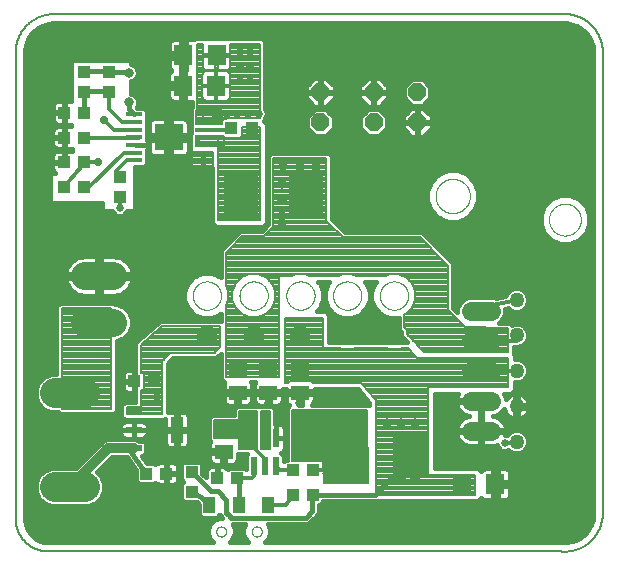
<source format=gtl>
G75*
%MOIN*%
%OFA0B0*%
%FSLAX25Y25*%
%IPPOS*%
%LPD*%
%AMOC8*
5,1,8,0,0,1.08239X$1,22.5*
%
%ADD10C,0.00600*%
%ADD11C,0.00000*%
%ADD12OC8,0.06600*%
%ADD13R,0.03937X0.04331*%
%ADD14R,0.05906X0.05118*%
%ADD15R,0.06299X0.07087*%
%ADD16R,0.04331X0.03937*%
%ADD17R,0.05753X0.01381*%
%ADD18R,0.09685X0.09094*%
%ADD19C,0.05000*%
%ADD20R,0.11811X0.13780*%
%ADD21OC8,0.06000*%
%ADD22C,0.10000*%
%ADD23C,0.09449*%
%ADD24R,0.05500X0.01900*%
%ADD25R,0.05500X0.02200*%
%ADD26R,0.04200X0.08600*%
%ADD27R,0.02200X0.06200*%
%ADD28C,0.06496*%
%ADD29R,0.03937X0.05512*%
%ADD30C,0.02500*%
%ADD31C,0.00800*%
%ADD32C,0.03365*%
%ADD33C,0.01600*%
%ADD34C,0.02578*%
%ADD35C,0.01200*%
%ADD36C,0.02400*%
%ADD37C,0.03200*%
%ADD38C,0.03169*%
%ADD39C,0.01378*%
%ADD40C,0.02775*%
D10*
X0024241Y0016761D02*
X0195894Y0016761D01*
X0209674Y0028572D02*
X0209674Y0184083D01*
X0209646Y0184397D01*
X0209610Y0184710D01*
X0209567Y0185022D01*
X0209516Y0185333D01*
X0209457Y0185642D01*
X0209391Y0185950D01*
X0209318Y0186256D01*
X0209236Y0186561D01*
X0209148Y0186863D01*
X0209052Y0187163D01*
X0208948Y0187460D01*
X0208838Y0187755D01*
X0208720Y0188047D01*
X0208595Y0188336D01*
X0208463Y0188622D01*
X0208324Y0188905D01*
X0208178Y0189184D01*
X0208025Y0189459D01*
X0207865Y0189731D01*
X0207699Y0189999D01*
X0207527Y0190262D01*
X0207348Y0190521D01*
X0207163Y0190776D01*
X0206971Y0191026D01*
X0206773Y0191271D01*
X0206570Y0191512D01*
X0206361Y0191747D01*
X0206145Y0191977D01*
X0205925Y0192202D01*
X0205699Y0192421D01*
X0205467Y0192635D01*
X0205231Y0192843D01*
X0204989Y0193045D01*
X0204742Y0193241D01*
X0204491Y0193431D01*
X0204235Y0193614D01*
X0203975Y0193792D01*
X0203711Y0193963D01*
X0203442Y0194127D01*
X0203169Y0194285D01*
X0202893Y0194436D01*
X0202613Y0194580D01*
X0202329Y0194717D01*
X0202043Y0194847D01*
X0201753Y0194971D01*
X0201460Y0195087D01*
X0201164Y0195195D01*
X0200866Y0195297D01*
X0200566Y0195391D01*
X0200263Y0195478D01*
X0199958Y0195557D01*
X0199651Y0195629D01*
X0199343Y0195693D01*
X0199033Y0195750D01*
X0198722Y0195799D01*
X0198410Y0195840D01*
X0198097Y0195874D01*
X0197783Y0195900D01*
X0197468Y0195918D01*
X0197154Y0195929D01*
X0196839Y0195932D01*
X0196524Y0195927D01*
X0196209Y0195915D01*
X0195895Y0195894D01*
X0195894Y0195894D02*
X0027784Y0195894D01*
X0027475Y0195914D01*
X0027165Y0195927D01*
X0026855Y0195932D01*
X0026545Y0195929D01*
X0026235Y0195920D01*
X0025925Y0195902D01*
X0025616Y0195877D01*
X0025308Y0195845D01*
X0025000Y0195805D01*
X0024694Y0195758D01*
X0024388Y0195703D01*
X0024084Y0195641D01*
X0023782Y0195572D01*
X0023482Y0195496D01*
X0023183Y0195412D01*
X0022887Y0195321D01*
X0022592Y0195223D01*
X0022301Y0195117D01*
X0022012Y0195005D01*
X0021725Y0194886D01*
X0021442Y0194760D01*
X0021162Y0194627D01*
X0020885Y0194487D01*
X0020611Y0194341D01*
X0020342Y0194188D01*
X0020075Y0194029D01*
X0019813Y0193863D01*
X0019555Y0193691D01*
X0019301Y0193513D01*
X0019052Y0193329D01*
X0018807Y0193139D01*
X0018567Y0192943D01*
X0018331Y0192741D01*
X0018101Y0192533D01*
X0017875Y0192321D01*
X0017655Y0192102D01*
X0017440Y0191879D01*
X0017231Y0191650D01*
X0017027Y0191416D01*
X0016829Y0191178D01*
X0016637Y0190934D01*
X0016450Y0190686D01*
X0016270Y0190434D01*
X0016096Y0190177D01*
X0015928Y0189917D01*
X0015766Y0189652D01*
X0015611Y0189383D01*
X0015463Y0189111D01*
X0015321Y0188836D01*
X0015185Y0188557D01*
X0015057Y0188274D01*
X0014935Y0187989D01*
X0014820Y0187701D01*
X0014713Y0187410D01*
X0014612Y0187117D01*
X0014519Y0186821D01*
X0014432Y0186523D01*
X0014353Y0186223D01*
X0014281Y0185922D01*
X0014217Y0185618D01*
X0014160Y0185314D01*
X0014110Y0185007D01*
X0014067Y0184700D01*
X0014032Y0184392D01*
X0014005Y0184083D01*
X0014005Y0028572D01*
X0014004Y0028571D02*
X0013988Y0028305D01*
X0013979Y0028038D01*
X0013976Y0027771D01*
X0013980Y0027504D01*
X0013990Y0027237D01*
X0014006Y0026970D01*
X0014029Y0026704D01*
X0014058Y0026439D01*
X0014094Y0026174D01*
X0014136Y0025910D01*
X0014184Y0025648D01*
X0014239Y0025386D01*
X0014300Y0025126D01*
X0014368Y0024868D01*
X0014441Y0024611D01*
X0014521Y0024356D01*
X0014607Y0024103D01*
X0014699Y0023853D01*
X0014797Y0023604D01*
X0014901Y0023358D01*
X0015011Y0023115D01*
X0015127Y0022874D01*
X0015248Y0022636D01*
X0015375Y0022401D01*
X0015508Y0022170D01*
X0015647Y0021941D01*
X0015791Y0021716D01*
X0015940Y0021495D01*
X0016094Y0021277D01*
X0016254Y0021063D01*
X0016419Y0020853D01*
X0016589Y0020647D01*
X0016764Y0020445D01*
X0016944Y0020248D01*
X0017128Y0020055D01*
X0017317Y0019866D01*
X0017511Y0019682D01*
X0017709Y0019503D01*
X0017911Y0019328D01*
X0018118Y0019159D01*
X0018328Y0018994D01*
X0018542Y0018835D01*
X0018761Y0018681D01*
X0018982Y0018532D01*
X0019208Y0018389D01*
X0019436Y0018251D01*
X0019668Y0018119D01*
X0019904Y0017992D01*
X0020142Y0017871D01*
X0020383Y0017756D01*
X0020626Y0017646D01*
X0020873Y0017543D01*
X0021121Y0017446D01*
X0021372Y0017354D01*
X0021625Y0017269D01*
X0021880Y0017190D01*
X0022137Y0017117D01*
X0022396Y0017050D01*
X0022656Y0016990D01*
X0022918Y0016935D01*
X0023180Y0016888D01*
X0023444Y0016846D01*
X0023709Y0016811D01*
X0023974Y0016782D01*
X0024241Y0016760D01*
X0080146Y0054556D02*
X0080146Y0060461D01*
X0088414Y0060461D01*
X0088414Y0063611D01*
X0094320Y0063611D01*
X0094320Y0051013D01*
X0088414Y0051013D01*
X0088414Y0054556D01*
X0080146Y0054556D01*
X0080146Y0054876D02*
X0094320Y0054876D01*
X0094320Y0054278D02*
X0088414Y0054278D01*
X0088414Y0053679D02*
X0094320Y0053679D01*
X0094320Y0053081D02*
X0088414Y0053081D01*
X0088414Y0052482D02*
X0094320Y0052482D01*
X0094320Y0051884D02*
X0088414Y0051884D01*
X0088414Y0051285D02*
X0094320Y0051285D01*
X0095698Y0051285D02*
X0098650Y0051285D01*
X0098650Y0051013D02*
X0095698Y0051013D01*
X0095698Y0063611D01*
X0098650Y0063611D01*
X0098650Y0051013D01*
X0098650Y0051884D02*
X0095698Y0051884D01*
X0095698Y0052482D02*
X0098650Y0052482D01*
X0098650Y0053081D02*
X0095698Y0053081D01*
X0095698Y0053679D02*
X0098650Y0053679D01*
X0098650Y0054278D02*
X0095698Y0054278D01*
X0095698Y0054876D02*
X0098650Y0054876D01*
X0098650Y0055475D02*
X0095698Y0055475D01*
X0095698Y0056073D02*
X0098650Y0056073D01*
X0098650Y0056672D02*
X0095698Y0056672D01*
X0095698Y0057271D02*
X0098650Y0057271D01*
X0098650Y0057869D02*
X0095698Y0057869D01*
X0095698Y0058468D02*
X0098650Y0058468D01*
X0098650Y0059066D02*
X0095698Y0059066D01*
X0095698Y0059665D02*
X0098650Y0059665D01*
X0098650Y0060263D02*
X0095698Y0060263D01*
X0095698Y0060862D02*
X0098650Y0060862D01*
X0098650Y0061460D02*
X0095698Y0061460D01*
X0095698Y0062059D02*
X0098650Y0062059D01*
X0098650Y0062657D02*
X0095698Y0062657D01*
X0095698Y0063256D02*
X0098650Y0063256D01*
X0094320Y0063256D02*
X0088414Y0063256D01*
X0088414Y0062657D02*
X0094320Y0062657D01*
X0094320Y0062059D02*
X0088414Y0062059D01*
X0088414Y0061460D02*
X0094320Y0061460D01*
X0094320Y0060862D02*
X0088414Y0060862D01*
X0094320Y0060263D02*
X0080146Y0060263D01*
X0080146Y0059665D02*
X0094320Y0059665D01*
X0094320Y0059066D02*
X0080146Y0059066D01*
X0080146Y0058468D02*
X0094320Y0058468D01*
X0094320Y0057869D02*
X0080146Y0057869D01*
X0080146Y0057271D02*
X0094320Y0057271D01*
X0094320Y0056672D02*
X0080146Y0056672D01*
X0080146Y0056073D02*
X0094320Y0056073D01*
X0094320Y0055475D02*
X0080146Y0055475D01*
X0106131Y0055475D02*
X0131071Y0055475D01*
X0131062Y0056073D02*
X0106131Y0056073D01*
X0106131Y0056672D02*
X0131052Y0056672D01*
X0131042Y0057271D02*
X0106131Y0057271D01*
X0106131Y0057869D02*
X0131033Y0057869D01*
X0131023Y0058468D02*
X0106131Y0058468D01*
X0106131Y0059066D02*
X0131014Y0059066D01*
X0131004Y0059665D02*
X0106131Y0059665D01*
X0106131Y0060263D02*
X0130994Y0060263D01*
X0130985Y0060862D02*
X0106131Y0060862D01*
X0106131Y0061460D02*
X0130975Y0061460D01*
X0130965Y0062059D02*
X0106131Y0062059D01*
X0106131Y0062657D02*
X0130956Y0062657D01*
X0130946Y0063256D02*
X0106131Y0063256D01*
X0106131Y0063854D02*
X0130936Y0063854D01*
X0130934Y0064005D02*
X0106131Y0064005D01*
X0106131Y0047076D01*
X0116367Y0047076D01*
X0116761Y0039595D01*
X0131328Y0039595D01*
X0130934Y0064005D01*
X0131081Y0054876D02*
X0106131Y0054876D01*
X0106131Y0054278D02*
X0131091Y0054278D01*
X0131100Y0053679D02*
X0106131Y0053679D01*
X0106131Y0053081D02*
X0131110Y0053081D01*
X0131120Y0052482D02*
X0106131Y0052482D01*
X0106131Y0051884D02*
X0131129Y0051884D01*
X0131139Y0051285D02*
X0106131Y0051285D01*
X0106131Y0050687D02*
X0131149Y0050687D01*
X0131158Y0050088D02*
X0106131Y0050088D01*
X0106131Y0049490D02*
X0131168Y0049490D01*
X0131178Y0048891D02*
X0106131Y0048891D01*
X0106131Y0048293D02*
X0131187Y0048293D01*
X0131197Y0047694D02*
X0106131Y0047694D01*
X0106131Y0047096D02*
X0131207Y0047096D01*
X0131216Y0046497D02*
X0116397Y0046497D01*
X0116429Y0045899D02*
X0131226Y0045899D01*
X0131236Y0045300D02*
X0116460Y0045300D01*
X0116492Y0044702D02*
X0131245Y0044702D01*
X0131255Y0044103D02*
X0116523Y0044103D01*
X0116555Y0043505D02*
X0131264Y0043505D01*
X0131274Y0042906D02*
X0116586Y0042906D01*
X0116618Y0042308D02*
X0131284Y0042308D01*
X0131293Y0041709D02*
X0116649Y0041709D01*
X0116681Y0041111D02*
X0131303Y0041111D01*
X0131313Y0040512D02*
X0116712Y0040512D01*
X0116744Y0039914D02*
X0131322Y0039914D01*
X0195895Y0016761D02*
X0196204Y0016741D01*
X0196514Y0016728D01*
X0196824Y0016723D01*
X0197134Y0016726D01*
X0197444Y0016735D01*
X0197754Y0016753D01*
X0198063Y0016778D01*
X0198371Y0016810D01*
X0198679Y0016850D01*
X0198985Y0016897D01*
X0199291Y0016952D01*
X0199595Y0017014D01*
X0199897Y0017083D01*
X0200197Y0017159D01*
X0200496Y0017243D01*
X0200792Y0017334D01*
X0201087Y0017432D01*
X0201378Y0017538D01*
X0201667Y0017650D01*
X0201954Y0017769D01*
X0202237Y0017895D01*
X0202517Y0018028D01*
X0202794Y0018168D01*
X0203068Y0018314D01*
X0203337Y0018467D01*
X0203604Y0018626D01*
X0203866Y0018792D01*
X0204124Y0018964D01*
X0204378Y0019142D01*
X0204627Y0019326D01*
X0204872Y0019516D01*
X0205112Y0019712D01*
X0205348Y0019914D01*
X0205578Y0020122D01*
X0205804Y0020334D01*
X0206024Y0020553D01*
X0206239Y0020776D01*
X0206448Y0021005D01*
X0206652Y0021239D01*
X0206850Y0021477D01*
X0207042Y0021721D01*
X0207229Y0021969D01*
X0207409Y0022221D01*
X0207583Y0022478D01*
X0207751Y0022738D01*
X0207913Y0023003D01*
X0208068Y0023272D01*
X0208216Y0023544D01*
X0208358Y0023819D01*
X0208494Y0024098D01*
X0208622Y0024381D01*
X0208744Y0024666D01*
X0208859Y0024954D01*
X0208966Y0025245D01*
X0209067Y0025538D01*
X0209160Y0025834D01*
X0209247Y0026132D01*
X0209326Y0026432D01*
X0209398Y0026733D01*
X0209462Y0027037D01*
X0209519Y0027341D01*
X0209569Y0027648D01*
X0209612Y0027955D01*
X0209647Y0028263D01*
X0209674Y0028572D01*
D11*
X0135363Y0102056D02*
X0135365Y0102193D01*
X0135371Y0102331D01*
X0135381Y0102468D01*
X0135395Y0102604D01*
X0135413Y0102741D01*
X0135435Y0102876D01*
X0135461Y0103011D01*
X0135490Y0103145D01*
X0135524Y0103279D01*
X0135561Y0103411D01*
X0135603Y0103542D01*
X0135648Y0103672D01*
X0135697Y0103800D01*
X0135749Y0103927D01*
X0135806Y0104052D01*
X0135865Y0104176D01*
X0135929Y0104298D01*
X0135996Y0104418D01*
X0136066Y0104536D01*
X0136140Y0104652D01*
X0136217Y0104766D01*
X0136298Y0104877D01*
X0136381Y0104986D01*
X0136468Y0105093D01*
X0136558Y0105196D01*
X0136651Y0105298D01*
X0136747Y0105396D01*
X0136845Y0105492D01*
X0136947Y0105585D01*
X0137050Y0105675D01*
X0137157Y0105762D01*
X0137266Y0105845D01*
X0137377Y0105926D01*
X0137491Y0106003D01*
X0137607Y0106077D01*
X0137725Y0106147D01*
X0137845Y0106214D01*
X0137967Y0106278D01*
X0138091Y0106337D01*
X0138216Y0106394D01*
X0138343Y0106446D01*
X0138471Y0106495D01*
X0138601Y0106540D01*
X0138732Y0106582D01*
X0138864Y0106619D01*
X0138998Y0106653D01*
X0139132Y0106682D01*
X0139267Y0106708D01*
X0139402Y0106730D01*
X0139539Y0106748D01*
X0139675Y0106762D01*
X0139812Y0106772D01*
X0139950Y0106778D01*
X0140087Y0106780D01*
X0140224Y0106778D01*
X0140362Y0106772D01*
X0140499Y0106762D01*
X0140635Y0106748D01*
X0140772Y0106730D01*
X0140907Y0106708D01*
X0141042Y0106682D01*
X0141176Y0106653D01*
X0141310Y0106619D01*
X0141442Y0106582D01*
X0141573Y0106540D01*
X0141703Y0106495D01*
X0141831Y0106446D01*
X0141958Y0106394D01*
X0142083Y0106337D01*
X0142207Y0106278D01*
X0142329Y0106214D01*
X0142449Y0106147D01*
X0142567Y0106077D01*
X0142683Y0106003D01*
X0142797Y0105926D01*
X0142908Y0105845D01*
X0143017Y0105762D01*
X0143124Y0105675D01*
X0143227Y0105585D01*
X0143329Y0105492D01*
X0143427Y0105396D01*
X0143523Y0105298D01*
X0143616Y0105196D01*
X0143706Y0105093D01*
X0143793Y0104986D01*
X0143876Y0104877D01*
X0143957Y0104766D01*
X0144034Y0104652D01*
X0144108Y0104536D01*
X0144178Y0104418D01*
X0144245Y0104298D01*
X0144309Y0104176D01*
X0144368Y0104052D01*
X0144425Y0103927D01*
X0144477Y0103800D01*
X0144526Y0103672D01*
X0144571Y0103542D01*
X0144613Y0103411D01*
X0144650Y0103279D01*
X0144684Y0103145D01*
X0144713Y0103011D01*
X0144739Y0102876D01*
X0144761Y0102741D01*
X0144779Y0102604D01*
X0144793Y0102468D01*
X0144803Y0102331D01*
X0144809Y0102193D01*
X0144811Y0102056D01*
X0144809Y0101919D01*
X0144803Y0101781D01*
X0144793Y0101644D01*
X0144779Y0101508D01*
X0144761Y0101371D01*
X0144739Y0101236D01*
X0144713Y0101101D01*
X0144684Y0100967D01*
X0144650Y0100833D01*
X0144613Y0100701D01*
X0144571Y0100570D01*
X0144526Y0100440D01*
X0144477Y0100312D01*
X0144425Y0100185D01*
X0144368Y0100060D01*
X0144309Y0099936D01*
X0144245Y0099814D01*
X0144178Y0099694D01*
X0144108Y0099576D01*
X0144034Y0099460D01*
X0143957Y0099346D01*
X0143876Y0099235D01*
X0143793Y0099126D01*
X0143706Y0099019D01*
X0143616Y0098916D01*
X0143523Y0098814D01*
X0143427Y0098716D01*
X0143329Y0098620D01*
X0143227Y0098527D01*
X0143124Y0098437D01*
X0143017Y0098350D01*
X0142908Y0098267D01*
X0142797Y0098186D01*
X0142683Y0098109D01*
X0142567Y0098035D01*
X0142449Y0097965D01*
X0142329Y0097898D01*
X0142207Y0097834D01*
X0142083Y0097775D01*
X0141958Y0097718D01*
X0141831Y0097666D01*
X0141703Y0097617D01*
X0141573Y0097572D01*
X0141442Y0097530D01*
X0141310Y0097493D01*
X0141176Y0097459D01*
X0141042Y0097430D01*
X0140907Y0097404D01*
X0140772Y0097382D01*
X0140635Y0097364D01*
X0140499Y0097350D01*
X0140362Y0097340D01*
X0140224Y0097334D01*
X0140087Y0097332D01*
X0139950Y0097334D01*
X0139812Y0097340D01*
X0139675Y0097350D01*
X0139539Y0097364D01*
X0139402Y0097382D01*
X0139267Y0097404D01*
X0139132Y0097430D01*
X0138998Y0097459D01*
X0138864Y0097493D01*
X0138732Y0097530D01*
X0138601Y0097572D01*
X0138471Y0097617D01*
X0138343Y0097666D01*
X0138216Y0097718D01*
X0138091Y0097775D01*
X0137967Y0097834D01*
X0137845Y0097898D01*
X0137725Y0097965D01*
X0137607Y0098035D01*
X0137491Y0098109D01*
X0137377Y0098186D01*
X0137266Y0098267D01*
X0137157Y0098350D01*
X0137050Y0098437D01*
X0136947Y0098527D01*
X0136845Y0098620D01*
X0136747Y0098716D01*
X0136651Y0098814D01*
X0136558Y0098916D01*
X0136468Y0099019D01*
X0136381Y0099126D01*
X0136298Y0099235D01*
X0136217Y0099346D01*
X0136140Y0099460D01*
X0136066Y0099576D01*
X0135996Y0099694D01*
X0135929Y0099814D01*
X0135865Y0099936D01*
X0135806Y0100060D01*
X0135749Y0100185D01*
X0135697Y0100312D01*
X0135648Y0100440D01*
X0135603Y0100570D01*
X0135561Y0100701D01*
X0135524Y0100833D01*
X0135490Y0100967D01*
X0135461Y0101101D01*
X0135435Y0101236D01*
X0135413Y0101371D01*
X0135395Y0101508D01*
X0135381Y0101644D01*
X0135371Y0101781D01*
X0135365Y0101919D01*
X0135363Y0102056D01*
X0119773Y0102056D02*
X0119775Y0102193D01*
X0119781Y0102331D01*
X0119791Y0102468D01*
X0119805Y0102604D01*
X0119823Y0102741D01*
X0119845Y0102876D01*
X0119871Y0103011D01*
X0119900Y0103145D01*
X0119934Y0103279D01*
X0119971Y0103411D01*
X0120013Y0103542D01*
X0120058Y0103672D01*
X0120107Y0103800D01*
X0120159Y0103927D01*
X0120216Y0104052D01*
X0120275Y0104176D01*
X0120339Y0104298D01*
X0120406Y0104418D01*
X0120476Y0104536D01*
X0120550Y0104652D01*
X0120627Y0104766D01*
X0120708Y0104877D01*
X0120791Y0104986D01*
X0120878Y0105093D01*
X0120968Y0105196D01*
X0121061Y0105298D01*
X0121157Y0105396D01*
X0121255Y0105492D01*
X0121357Y0105585D01*
X0121460Y0105675D01*
X0121567Y0105762D01*
X0121676Y0105845D01*
X0121787Y0105926D01*
X0121901Y0106003D01*
X0122017Y0106077D01*
X0122135Y0106147D01*
X0122255Y0106214D01*
X0122377Y0106278D01*
X0122501Y0106337D01*
X0122626Y0106394D01*
X0122753Y0106446D01*
X0122881Y0106495D01*
X0123011Y0106540D01*
X0123142Y0106582D01*
X0123274Y0106619D01*
X0123408Y0106653D01*
X0123542Y0106682D01*
X0123677Y0106708D01*
X0123812Y0106730D01*
X0123949Y0106748D01*
X0124085Y0106762D01*
X0124222Y0106772D01*
X0124360Y0106778D01*
X0124497Y0106780D01*
X0124634Y0106778D01*
X0124772Y0106772D01*
X0124909Y0106762D01*
X0125045Y0106748D01*
X0125182Y0106730D01*
X0125317Y0106708D01*
X0125452Y0106682D01*
X0125586Y0106653D01*
X0125720Y0106619D01*
X0125852Y0106582D01*
X0125983Y0106540D01*
X0126113Y0106495D01*
X0126241Y0106446D01*
X0126368Y0106394D01*
X0126493Y0106337D01*
X0126617Y0106278D01*
X0126739Y0106214D01*
X0126859Y0106147D01*
X0126977Y0106077D01*
X0127093Y0106003D01*
X0127207Y0105926D01*
X0127318Y0105845D01*
X0127427Y0105762D01*
X0127534Y0105675D01*
X0127637Y0105585D01*
X0127739Y0105492D01*
X0127837Y0105396D01*
X0127933Y0105298D01*
X0128026Y0105196D01*
X0128116Y0105093D01*
X0128203Y0104986D01*
X0128286Y0104877D01*
X0128367Y0104766D01*
X0128444Y0104652D01*
X0128518Y0104536D01*
X0128588Y0104418D01*
X0128655Y0104298D01*
X0128719Y0104176D01*
X0128778Y0104052D01*
X0128835Y0103927D01*
X0128887Y0103800D01*
X0128936Y0103672D01*
X0128981Y0103542D01*
X0129023Y0103411D01*
X0129060Y0103279D01*
X0129094Y0103145D01*
X0129123Y0103011D01*
X0129149Y0102876D01*
X0129171Y0102741D01*
X0129189Y0102604D01*
X0129203Y0102468D01*
X0129213Y0102331D01*
X0129219Y0102193D01*
X0129221Y0102056D01*
X0129219Y0101919D01*
X0129213Y0101781D01*
X0129203Y0101644D01*
X0129189Y0101508D01*
X0129171Y0101371D01*
X0129149Y0101236D01*
X0129123Y0101101D01*
X0129094Y0100967D01*
X0129060Y0100833D01*
X0129023Y0100701D01*
X0128981Y0100570D01*
X0128936Y0100440D01*
X0128887Y0100312D01*
X0128835Y0100185D01*
X0128778Y0100060D01*
X0128719Y0099936D01*
X0128655Y0099814D01*
X0128588Y0099694D01*
X0128518Y0099576D01*
X0128444Y0099460D01*
X0128367Y0099346D01*
X0128286Y0099235D01*
X0128203Y0099126D01*
X0128116Y0099019D01*
X0128026Y0098916D01*
X0127933Y0098814D01*
X0127837Y0098716D01*
X0127739Y0098620D01*
X0127637Y0098527D01*
X0127534Y0098437D01*
X0127427Y0098350D01*
X0127318Y0098267D01*
X0127207Y0098186D01*
X0127093Y0098109D01*
X0126977Y0098035D01*
X0126859Y0097965D01*
X0126739Y0097898D01*
X0126617Y0097834D01*
X0126493Y0097775D01*
X0126368Y0097718D01*
X0126241Y0097666D01*
X0126113Y0097617D01*
X0125983Y0097572D01*
X0125852Y0097530D01*
X0125720Y0097493D01*
X0125586Y0097459D01*
X0125452Y0097430D01*
X0125317Y0097404D01*
X0125182Y0097382D01*
X0125045Y0097364D01*
X0124909Y0097350D01*
X0124772Y0097340D01*
X0124634Y0097334D01*
X0124497Y0097332D01*
X0124360Y0097334D01*
X0124222Y0097340D01*
X0124085Y0097350D01*
X0123949Y0097364D01*
X0123812Y0097382D01*
X0123677Y0097404D01*
X0123542Y0097430D01*
X0123408Y0097459D01*
X0123274Y0097493D01*
X0123142Y0097530D01*
X0123011Y0097572D01*
X0122881Y0097617D01*
X0122753Y0097666D01*
X0122626Y0097718D01*
X0122501Y0097775D01*
X0122377Y0097834D01*
X0122255Y0097898D01*
X0122135Y0097965D01*
X0122017Y0098035D01*
X0121901Y0098109D01*
X0121787Y0098186D01*
X0121676Y0098267D01*
X0121567Y0098350D01*
X0121460Y0098437D01*
X0121357Y0098527D01*
X0121255Y0098620D01*
X0121157Y0098716D01*
X0121061Y0098814D01*
X0120968Y0098916D01*
X0120878Y0099019D01*
X0120791Y0099126D01*
X0120708Y0099235D01*
X0120627Y0099346D01*
X0120550Y0099460D01*
X0120476Y0099576D01*
X0120406Y0099694D01*
X0120339Y0099814D01*
X0120275Y0099936D01*
X0120216Y0100060D01*
X0120159Y0100185D01*
X0120107Y0100312D01*
X0120058Y0100440D01*
X0120013Y0100570D01*
X0119971Y0100701D01*
X0119934Y0100833D01*
X0119900Y0100967D01*
X0119871Y0101101D01*
X0119845Y0101236D01*
X0119823Y0101371D01*
X0119805Y0101508D01*
X0119791Y0101644D01*
X0119781Y0101781D01*
X0119775Y0101919D01*
X0119773Y0102056D01*
X0104182Y0102056D02*
X0104184Y0102193D01*
X0104190Y0102331D01*
X0104200Y0102468D01*
X0104214Y0102604D01*
X0104232Y0102741D01*
X0104254Y0102876D01*
X0104280Y0103011D01*
X0104309Y0103145D01*
X0104343Y0103279D01*
X0104380Y0103411D01*
X0104422Y0103542D01*
X0104467Y0103672D01*
X0104516Y0103800D01*
X0104568Y0103927D01*
X0104625Y0104052D01*
X0104684Y0104176D01*
X0104748Y0104298D01*
X0104815Y0104418D01*
X0104885Y0104536D01*
X0104959Y0104652D01*
X0105036Y0104766D01*
X0105117Y0104877D01*
X0105200Y0104986D01*
X0105287Y0105093D01*
X0105377Y0105196D01*
X0105470Y0105298D01*
X0105566Y0105396D01*
X0105664Y0105492D01*
X0105766Y0105585D01*
X0105869Y0105675D01*
X0105976Y0105762D01*
X0106085Y0105845D01*
X0106196Y0105926D01*
X0106310Y0106003D01*
X0106426Y0106077D01*
X0106544Y0106147D01*
X0106664Y0106214D01*
X0106786Y0106278D01*
X0106910Y0106337D01*
X0107035Y0106394D01*
X0107162Y0106446D01*
X0107290Y0106495D01*
X0107420Y0106540D01*
X0107551Y0106582D01*
X0107683Y0106619D01*
X0107817Y0106653D01*
X0107951Y0106682D01*
X0108086Y0106708D01*
X0108221Y0106730D01*
X0108358Y0106748D01*
X0108494Y0106762D01*
X0108631Y0106772D01*
X0108769Y0106778D01*
X0108906Y0106780D01*
X0109043Y0106778D01*
X0109181Y0106772D01*
X0109318Y0106762D01*
X0109454Y0106748D01*
X0109591Y0106730D01*
X0109726Y0106708D01*
X0109861Y0106682D01*
X0109995Y0106653D01*
X0110129Y0106619D01*
X0110261Y0106582D01*
X0110392Y0106540D01*
X0110522Y0106495D01*
X0110650Y0106446D01*
X0110777Y0106394D01*
X0110902Y0106337D01*
X0111026Y0106278D01*
X0111148Y0106214D01*
X0111268Y0106147D01*
X0111386Y0106077D01*
X0111502Y0106003D01*
X0111616Y0105926D01*
X0111727Y0105845D01*
X0111836Y0105762D01*
X0111943Y0105675D01*
X0112046Y0105585D01*
X0112148Y0105492D01*
X0112246Y0105396D01*
X0112342Y0105298D01*
X0112435Y0105196D01*
X0112525Y0105093D01*
X0112612Y0104986D01*
X0112695Y0104877D01*
X0112776Y0104766D01*
X0112853Y0104652D01*
X0112927Y0104536D01*
X0112997Y0104418D01*
X0113064Y0104298D01*
X0113128Y0104176D01*
X0113187Y0104052D01*
X0113244Y0103927D01*
X0113296Y0103800D01*
X0113345Y0103672D01*
X0113390Y0103542D01*
X0113432Y0103411D01*
X0113469Y0103279D01*
X0113503Y0103145D01*
X0113532Y0103011D01*
X0113558Y0102876D01*
X0113580Y0102741D01*
X0113598Y0102604D01*
X0113612Y0102468D01*
X0113622Y0102331D01*
X0113628Y0102193D01*
X0113630Y0102056D01*
X0113628Y0101919D01*
X0113622Y0101781D01*
X0113612Y0101644D01*
X0113598Y0101508D01*
X0113580Y0101371D01*
X0113558Y0101236D01*
X0113532Y0101101D01*
X0113503Y0100967D01*
X0113469Y0100833D01*
X0113432Y0100701D01*
X0113390Y0100570D01*
X0113345Y0100440D01*
X0113296Y0100312D01*
X0113244Y0100185D01*
X0113187Y0100060D01*
X0113128Y0099936D01*
X0113064Y0099814D01*
X0112997Y0099694D01*
X0112927Y0099576D01*
X0112853Y0099460D01*
X0112776Y0099346D01*
X0112695Y0099235D01*
X0112612Y0099126D01*
X0112525Y0099019D01*
X0112435Y0098916D01*
X0112342Y0098814D01*
X0112246Y0098716D01*
X0112148Y0098620D01*
X0112046Y0098527D01*
X0111943Y0098437D01*
X0111836Y0098350D01*
X0111727Y0098267D01*
X0111616Y0098186D01*
X0111502Y0098109D01*
X0111386Y0098035D01*
X0111268Y0097965D01*
X0111148Y0097898D01*
X0111026Y0097834D01*
X0110902Y0097775D01*
X0110777Y0097718D01*
X0110650Y0097666D01*
X0110522Y0097617D01*
X0110392Y0097572D01*
X0110261Y0097530D01*
X0110129Y0097493D01*
X0109995Y0097459D01*
X0109861Y0097430D01*
X0109726Y0097404D01*
X0109591Y0097382D01*
X0109454Y0097364D01*
X0109318Y0097350D01*
X0109181Y0097340D01*
X0109043Y0097334D01*
X0108906Y0097332D01*
X0108769Y0097334D01*
X0108631Y0097340D01*
X0108494Y0097350D01*
X0108358Y0097364D01*
X0108221Y0097382D01*
X0108086Y0097404D01*
X0107951Y0097430D01*
X0107817Y0097459D01*
X0107683Y0097493D01*
X0107551Y0097530D01*
X0107420Y0097572D01*
X0107290Y0097617D01*
X0107162Y0097666D01*
X0107035Y0097718D01*
X0106910Y0097775D01*
X0106786Y0097834D01*
X0106664Y0097898D01*
X0106544Y0097965D01*
X0106426Y0098035D01*
X0106310Y0098109D01*
X0106196Y0098186D01*
X0106085Y0098267D01*
X0105976Y0098350D01*
X0105869Y0098437D01*
X0105766Y0098527D01*
X0105664Y0098620D01*
X0105566Y0098716D01*
X0105470Y0098814D01*
X0105377Y0098916D01*
X0105287Y0099019D01*
X0105200Y0099126D01*
X0105117Y0099235D01*
X0105036Y0099346D01*
X0104959Y0099460D01*
X0104885Y0099576D01*
X0104815Y0099694D01*
X0104748Y0099814D01*
X0104684Y0099936D01*
X0104625Y0100060D01*
X0104568Y0100185D01*
X0104516Y0100312D01*
X0104467Y0100440D01*
X0104422Y0100570D01*
X0104380Y0100701D01*
X0104343Y0100833D01*
X0104309Y0100967D01*
X0104280Y0101101D01*
X0104254Y0101236D01*
X0104232Y0101371D01*
X0104214Y0101508D01*
X0104200Y0101644D01*
X0104190Y0101781D01*
X0104184Y0101919D01*
X0104182Y0102056D01*
X0088592Y0102056D02*
X0088594Y0102193D01*
X0088600Y0102331D01*
X0088610Y0102468D01*
X0088624Y0102604D01*
X0088642Y0102741D01*
X0088664Y0102876D01*
X0088690Y0103011D01*
X0088719Y0103145D01*
X0088753Y0103279D01*
X0088790Y0103411D01*
X0088832Y0103542D01*
X0088877Y0103672D01*
X0088926Y0103800D01*
X0088978Y0103927D01*
X0089035Y0104052D01*
X0089094Y0104176D01*
X0089158Y0104298D01*
X0089225Y0104418D01*
X0089295Y0104536D01*
X0089369Y0104652D01*
X0089446Y0104766D01*
X0089527Y0104877D01*
X0089610Y0104986D01*
X0089697Y0105093D01*
X0089787Y0105196D01*
X0089880Y0105298D01*
X0089976Y0105396D01*
X0090074Y0105492D01*
X0090176Y0105585D01*
X0090279Y0105675D01*
X0090386Y0105762D01*
X0090495Y0105845D01*
X0090606Y0105926D01*
X0090720Y0106003D01*
X0090836Y0106077D01*
X0090954Y0106147D01*
X0091074Y0106214D01*
X0091196Y0106278D01*
X0091320Y0106337D01*
X0091445Y0106394D01*
X0091572Y0106446D01*
X0091700Y0106495D01*
X0091830Y0106540D01*
X0091961Y0106582D01*
X0092093Y0106619D01*
X0092227Y0106653D01*
X0092361Y0106682D01*
X0092496Y0106708D01*
X0092631Y0106730D01*
X0092768Y0106748D01*
X0092904Y0106762D01*
X0093041Y0106772D01*
X0093179Y0106778D01*
X0093316Y0106780D01*
X0093453Y0106778D01*
X0093591Y0106772D01*
X0093728Y0106762D01*
X0093864Y0106748D01*
X0094001Y0106730D01*
X0094136Y0106708D01*
X0094271Y0106682D01*
X0094405Y0106653D01*
X0094539Y0106619D01*
X0094671Y0106582D01*
X0094802Y0106540D01*
X0094932Y0106495D01*
X0095060Y0106446D01*
X0095187Y0106394D01*
X0095312Y0106337D01*
X0095436Y0106278D01*
X0095558Y0106214D01*
X0095678Y0106147D01*
X0095796Y0106077D01*
X0095912Y0106003D01*
X0096026Y0105926D01*
X0096137Y0105845D01*
X0096246Y0105762D01*
X0096353Y0105675D01*
X0096456Y0105585D01*
X0096558Y0105492D01*
X0096656Y0105396D01*
X0096752Y0105298D01*
X0096845Y0105196D01*
X0096935Y0105093D01*
X0097022Y0104986D01*
X0097105Y0104877D01*
X0097186Y0104766D01*
X0097263Y0104652D01*
X0097337Y0104536D01*
X0097407Y0104418D01*
X0097474Y0104298D01*
X0097538Y0104176D01*
X0097597Y0104052D01*
X0097654Y0103927D01*
X0097706Y0103800D01*
X0097755Y0103672D01*
X0097800Y0103542D01*
X0097842Y0103411D01*
X0097879Y0103279D01*
X0097913Y0103145D01*
X0097942Y0103011D01*
X0097968Y0102876D01*
X0097990Y0102741D01*
X0098008Y0102604D01*
X0098022Y0102468D01*
X0098032Y0102331D01*
X0098038Y0102193D01*
X0098040Y0102056D01*
X0098038Y0101919D01*
X0098032Y0101781D01*
X0098022Y0101644D01*
X0098008Y0101508D01*
X0097990Y0101371D01*
X0097968Y0101236D01*
X0097942Y0101101D01*
X0097913Y0100967D01*
X0097879Y0100833D01*
X0097842Y0100701D01*
X0097800Y0100570D01*
X0097755Y0100440D01*
X0097706Y0100312D01*
X0097654Y0100185D01*
X0097597Y0100060D01*
X0097538Y0099936D01*
X0097474Y0099814D01*
X0097407Y0099694D01*
X0097337Y0099576D01*
X0097263Y0099460D01*
X0097186Y0099346D01*
X0097105Y0099235D01*
X0097022Y0099126D01*
X0096935Y0099019D01*
X0096845Y0098916D01*
X0096752Y0098814D01*
X0096656Y0098716D01*
X0096558Y0098620D01*
X0096456Y0098527D01*
X0096353Y0098437D01*
X0096246Y0098350D01*
X0096137Y0098267D01*
X0096026Y0098186D01*
X0095912Y0098109D01*
X0095796Y0098035D01*
X0095678Y0097965D01*
X0095558Y0097898D01*
X0095436Y0097834D01*
X0095312Y0097775D01*
X0095187Y0097718D01*
X0095060Y0097666D01*
X0094932Y0097617D01*
X0094802Y0097572D01*
X0094671Y0097530D01*
X0094539Y0097493D01*
X0094405Y0097459D01*
X0094271Y0097430D01*
X0094136Y0097404D01*
X0094001Y0097382D01*
X0093864Y0097364D01*
X0093728Y0097350D01*
X0093591Y0097340D01*
X0093453Y0097334D01*
X0093316Y0097332D01*
X0093179Y0097334D01*
X0093041Y0097340D01*
X0092904Y0097350D01*
X0092768Y0097364D01*
X0092631Y0097382D01*
X0092496Y0097404D01*
X0092361Y0097430D01*
X0092227Y0097459D01*
X0092093Y0097493D01*
X0091961Y0097530D01*
X0091830Y0097572D01*
X0091700Y0097617D01*
X0091572Y0097666D01*
X0091445Y0097718D01*
X0091320Y0097775D01*
X0091196Y0097834D01*
X0091074Y0097898D01*
X0090954Y0097965D01*
X0090836Y0098035D01*
X0090720Y0098109D01*
X0090606Y0098186D01*
X0090495Y0098267D01*
X0090386Y0098350D01*
X0090279Y0098437D01*
X0090176Y0098527D01*
X0090074Y0098620D01*
X0089976Y0098716D01*
X0089880Y0098814D01*
X0089787Y0098916D01*
X0089697Y0099019D01*
X0089610Y0099126D01*
X0089527Y0099235D01*
X0089446Y0099346D01*
X0089369Y0099460D01*
X0089295Y0099576D01*
X0089225Y0099694D01*
X0089158Y0099814D01*
X0089094Y0099936D01*
X0089035Y0100060D01*
X0088978Y0100185D01*
X0088926Y0100312D01*
X0088877Y0100440D01*
X0088832Y0100570D01*
X0088790Y0100701D01*
X0088753Y0100833D01*
X0088719Y0100967D01*
X0088690Y0101101D01*
X0088664Y0101236D01*
X0088642Y0101371D01*
X0088624Y0101508D01*
X0088610Y0101644D01*
X0088600Y0101781D01*
X0088594Y0101919D01*
X0088592Y0102056D01*
X0073001Y0102056D02*
X0073003Y0102193D01*
X0073009Y0102331D01*
X0073019Y0102468D01*
X0073033Y0102604D01*
X0073051Y0102741D01*
X0073073Y0102876D01*
X0073099Y0103011D01*
X0073128Y0103145D01*
X0073162Y0103279D01*
X0073199Y0103411D01*
X0073241Y0103542D01*
X0073286Y0103672D01*
X0073335Y0103800D01*
X0073387Y0103927D01*
X0073444Y0104052D01*
X0073503Y0104176D01*
X0073567Y0104298D01*
X0073634Y0104418D01*
X0073704Y0104536D01*
X0073778Y0104652D01*
X0073855Y0104766D01*
X0073936Y0104877D01*
X0074019Y0104986D01*
X0074106Y0105093D01*
X0074196Y0105196D01*
X0074289Y0105298D01*
X0074385Y0105396D01*
X0074483Y0105492D01*
X0074585Y0105585D01*
X0074688Y0105675D01*
X0074795Y0105762D01*
X0074904Y0105845D01*
X0075015Y0105926D01*
X0075129Y0106003D01*
X0075245Y0106077D01*
X0075363Y0106147D01*
X0075483Y0106214D01*
X0075605Y0106278D01*
X0075729Y0106337D01*
X0075854Y0106394D01*
X0075981Y0106446D01*
X0076109Y0106495D01*
X0076239Y0106540D01*
X0076370Y0106582D01*
X0076502Y0106619D01*
X0076636Y0106653D01*
X0076770Y0106682D01*
X0076905Y0106708D01*
X0077040Y0106730D01*
X0077177Y0106748D01*
X0077313Y0106762D01*
X0077450Y0106772D01*
X0077588Y0106778D01*
X0077725Y0106780D01*
X0077862Y0106778D01*
X0078000Y0106772D01*
X0078137Y0106762D01*
X0078273Y0106748D01*
X0078410Y0106730D01*
X0078545Y0106708D01*
X0078680Y0106682D01*
X0078814Y0106653D01*
X0078948Y0106619D01*
X0079080Y0106582D01*
X0079211Y0106540D01*
X0079341Y0106495D01*
X0079469Y0106446D01*
X0079596Y0106394D01*
X0079721Y0106337D01*
X0079845Y0106278D01*
X0079967Y0106214D01*
X0080087Y0106147D01*
X0080205Y0106077D01*
X0080321Y0106003D01*
X0080435Y0105926D01*
X0080546Y0105845D01*
X0080655Y0105762D01*
X0080762Y0105675D01*
X0080865Y0105585D01*
X0080967Y0105492D01*
X0081065Y0105396D01*
X0081161Y0105298D01*
X0081254Y0105196D01*
X0081344Y0105093D01*
X0081431Y0104986D01*
X0081514Y0104877D01*
X0081595Y0104766D01*
X0081672Y0104652D01*
X0081746Y0104536D01*
X0081816Y0104418D01*
X0081883Y0104298D01*
X0081947Y0104176D01*
X0082006Y0104052D01*
X0082063Y0103927D01*
X0082115Y0103800D01*
X0082164Y0103672D01*
X0082209Y0103542D01*
X0082251Y0103411D01*
X0082288Y0103279D01*
X0082322Y0103145D01*
X0082351Y0103011D01*
X0082377Y0102876D01*
X0082399Y0102741D01*
X0082417Y0102604D01*
X0082431Y0102468D01*
X0082441Y0102331D01*
X0082447Y0102193D01*
X0082449Y0102056D01*
X0082447Y0101919D01*
X0082441Y0101781D01*
X0082431Y0101644D01*
X0082417Y0101508D01*
X0082399Y0101371D01*
X0082377Y0101236D01*
X0082351Y0101101D01*
X0082322Y0100967D01*
X0082288Y0100833D01*
X0082251Y0100701D01*
X0082209Y0100570D01*
X0082164Y0100440D01*
X0082115Y0100312D01*
X0082063Y0100185D01*
X0082006Y0100060D01*
X0081947Y0099936D01*
X0081883Y0099814D01*
X0081816Y0099694D01*
X0081746Y0099576D01*
X0081672Y0099460D01*
X0081595Y0099346D01*
X0081514Y0099235D01*
X0081431Y0099126D01*
X0081344Y0099019D01*
X0081254Y0098916D01*
X0081161Y0098814D01*
X0081065Y0098716D01*
X0080967Y0098620D01*
X0080865Y0098527D01*
X0080762Y0098437D01*
X0080655Y0098350D01*
X0080546Y0098267D01*
X0080435Y0098186D01*
X0080321Y0098109D01*
X0080205Y0098035D01*
X0080087Y0097965D01*
X0079967Y0097898D01*
X0079845Y0097834D01*
X0079721Y0097775D01*
X0079596Y0097718D01*
X0079469Y0097666D01*
X0079341Y0097617D01*
X0079211Y0097572D01*
X0079080Y0097530D01*
X0078948Y0097493D01*
X0078814Y0097459D01*
X0078680Y0097430D01*
X0078545Y0097404D01*
X0078410Y0097382D01*
X0078273Y0097364D01*
X0078137Y0097350D01*
X0078000Y0097340D01*
X0077862Y0097334D01*
X0077725Y0097332D01*
X0077588Y0097334D01*
X0077450Y0097340D01*
X0077313Y0097350D01*
X0077177Y0097364D01*
X0077040Y0097382D01*
X0076905Y0097404D01*
X0076770Y0097430D01*
X0076636Y0097459D01*
X0076502Y0097493D01*
X0076370Y0097530D01*
X0076239Y0097572D01*
X0076109Y0097617D01*
X0075981Y0097666D01*
X0075854Y0097718D01*
X0075729Y0097775D01*
X0075605Y0097834D01*
X0075483Y0097898D01*
X0075363Y0097965D01*
X0075245Y0098035D01*
X0075129Y0098109D01*
X0075015Y0098186D01*
X0074904Y0098267D01*
X0074795Y0098350D01*
X0074688Y0098437D01*
X0074585Y0098527D01*
X0074483Y0098620D01*
X0074385Y0098716D01*
X0074289Y0098814D01*
X0074196Y0098916D01*
X0074106Y0099019D01*
X0074019Y0099126D01*
X0073936Y0099235D01*
X0073855Y0099346D01*
X0073778Y0099460D01*
X0073704Y0099576D01*
X0073634Y0099694D01*
X0073567Y0099814D01*
X0073503Y0099936D01*
X0073444Y0100060D01*
X0073387Y0100185D01*
X0073335Y0100312D01*
X0073286Y0100440D01*
X0073241Y0100570D01*
X0073199Y0100701D01*
X0073162Y0100833D01*
X0073128Y0100967D01*
X0073099Y0101101D01*
X0073073Y0101236D01*
X0073051Y0101371D01*
X0073033Y0101508D01*
X0073019Y0101644D01*
X0073009Y0101781D01*
X0073003Y0101919D01*
X0073001Y0102056D01*
X0080836Y0023422D02*
X0080838Y0023503D01*
X0080844Y0023585D01*
X0080854Y0023666D01*
X0080868Y0023746D01*
X0080885Y0023825D01*
X0080907Y0023904D01*
X0080932Y0023981D01*
X0080961Y0024058D01*
X0080994Y0024132D01*
X0081031Y0024205D01*
X0081070Y0024276D01*
X0081114Y0024345D01*
X0081160Y0024412D01*
X0081210Y0024476D01*
X0081263Y0024538D01*
X0081319Y0024598D01*
X0081377Y0024654D01*
X0081439Y0024708D01*
X0081503Y0024759D01*
X0081569Y0024806D01*
X0081637Y0024850D01*
X0081708Y0024891D01*
X0081780Y0024928D01*
X0081855Y0024962D01*
X0081930Y0024992D01*
X0082008Y0025018D01*
X0082086Y0025041D01*
X0082165Y0025059D01*
X0082245Y0025074D01*
X0082326Y0025085D01*
X0082407Y0025092D01*
X0082489Y0025095D01*
X0082570Y0025094D01*
X0082651Y0025089D01*
X0082732Y0025080D01*
X0082813Y0025067D01*
X0082893Y0025050D01*
X0082971Y0025030D01*
X0083049Y0025005D01*
X0083126Y0024977D01*
X0083201Y0024945D01*
X0083274Y0024910D01*
X0083345Y0024871D01*
X0083415Y0024828D01*
X0083482Y0024783D01*
X0083548Y0024734D01*
X0083610Y0024682D01*
X0083670Y0024626D01*
X0083727Y0024568D01*
X0083782Y0024508D01*
X0083833Y0024444D01*
X0083881Y0024379D01*
X0083926Y0024311D01*
X0083968Y0024241D01*
X0084006Y0024169D01*
X0084041Y0024095D01*
X0084072Y0024020D01*
X0084099Y0023943D01*
X0084122Y0023865D01*
X0084142Y0023786D01*
X0084158Y0023706D01*
X0084170Y0023625D01*
X0084178Y0023544D01*
X0084182Y0023463D01*
X0084182Y0023381D01*
X0084178Y0023300D01*
X0084170Y0023219D01*
X0084158Y0023138D01*
X0084142Y0023058D01*
X0084122Y0022979D01*
X0084099Y0022901D01*
X0084072Y0022824D01*
X0084041Y0022749D01*
X0084006Y0022675D01*
X0083968Y0022603D01*
X0083926Y0022533D01*
X0083881Y0022465D01*
X0083833Y0022400D01*
X0083782Y0022336D01*
X0083727Y0022276D01*
X0083670Y0022218D01*
X0083610Y0022162D01*
X0083548Y0022110D01*
X0083482Y0022061D01*
X0083415Y0022016D01*
X0083346Y0021973D01*
X0083274Y0021934D01*
X0083201Y0021899D01*
X0083126Y0021867D01*
X0083049Y0021839D01*
X0082971Y0021814D01*
X0082893Y0021794D01*
X0082813Y0021777D01*
X0082732Y0021764D01*
X0082651Y0021755D01*
X0082570Y0021750D01*
X0082489Y0021749D01*
X0082407Y0021752D01*
X0082326Y0021759D01*
X0082245Y0021770D01*
X0082165Y0021785D01*
X0082086Y0021803D01*
X0082008Y0021826D01*
X0081930Y0021852D01*
X0081855Y0021882D01*
X0081780Y0021916D01*
X0081708Y0021953D01*
X0081637Y0021994D01*
X0081569Y0022038D01*
X0081503Y0022085D01*
X0081439Y0022136D01*
X0081377Y0022190D01*
X0081319Y0022246D01*
X0081263Y0022306D01*
X0081210Y0022368D01*
X0081160Y0022432D01*
X0081114Y0022499D01*
X0081070Y0022568D01*
X0081031Y0022639D01*
X0080994Y0022712D01*
X0080961Y0022786D01*
X0080932Y0022863D01*
X0080907Y0022940D01*
X0080885Y0023019D01*
X0080868Y0023098D01*
X0080854Y0023178D01*
X0080844Y0023259D01*
X0080838Y0023341D01*
X0080836Y0023422D01*
X0092647Y0023422D02*
X0092649Y0023503D01*
X0092655Y0023585D01*
X0092665Y0023666D01*
X0092679Y0023746D01*
X0092696Y0023825D01*
X0092718Y0023904D01*
X0092743Y0023981D01*
X0092772Y0024058D01*
X0092805Y0024132D01*
X0092842Y0024205D01*
X0092881Y0024276D01*
X0092925Y0024345D01*
X0092971Y0024412D01*
X0093021Y0024476D01*
X0093074Y0024538D01*
X0093130Y0024598D01*
X0093188Y0024654D01*
X0093250Y0024708D01*
X0093314Y0024759D01*
X0093380Y0024806D01*
X0093448Y0024850D01*
X0093519Y0024891D01*
X0093591Y0024928D01*
X0093666Y0024962D01*
X0093741Y0024992D01*
X0093819Y0025018D01*
X0093897Y0025041D01*
X0093976Y0025059D01*
X0094056Y0025074D01*
X0094137Y0025085D01*
X0094218Y0025092D01*
X0094300Y0025095D01*
X0094381Y0025094D01*
X0094462Y0025089D01*
X0094543Y0025080D01*
X0094624Y0025067D01*
X0094704Y0025050D01*
X0094782Y0025030D01*
X0094860Y0025005D01*
X0094937Y0024977D01*
X0095012Y0024945D01*
X0095085Y0024910D01*
X0095156Y0024871D01*
X0095226Y0024828D01*
X0095293Y0024783D01*
X0095359Y0024734D01*
X0095421Y0024682D01*
X0095481Y0024626D01*
X0095538Y0024568D01*
X0095593Y0024508D01*
X0095644Y0024444D01*
X0095692Y0024379D01*
X0095737Y0024311D01*
X0095779Y0024241D01*
X0095817Y0024169D01*
X0095852Y0024095D01*
X0095883Y0024020D01*
X0095910Y0023943D01*
X0095933Y0023865D01*
X0095953Y0023786D01*
X0095969Y0023706D01*
X0095981Y0023625D01*
X0095989Y0023544D01*
X0095993Y0023463D01*
X0095993Y0023381D01*
X0095989Y0023300D01*
X0095981Y0023219D01*
X0095969Y0023138D01*
X0095953Y0023058D01*
X0095933Y0022979D01*
X0095910Y0022901D01*
X0095883Y0022824D01*
X0095852Y0022749D01*
X0095817Y0022675D01*
X0095779Y0022603D01*
X0095737Y0022533D01*
X0095692Y0022465D01*
X0095644Y0022400D01*
X0095593Y0022336D01*
X0095538Y0022276D01*
X0095481Y0022218D01*
X0095421Y0022162D01*
X0095359Y0022110D01*
X0095293Y0022061D01*
X0095226Y0022016D01*
X0095157Y0021973D01*
X0095085Y0021934D01*
X0095012Y0021899D01*
X0094937Y0021867D01*
X0094860Y0021839D01*
X0094782Y0021814D01*
X0094704Y0021794D01*
X0094624Y0021777D01*
X0094543Y0021764D01*
X0094462Y0021755D01*
X0094381Y0021750D01*
X0094300Y0021749D01*
X0094218Y0021752D01*
X0094137Y0021759D01*
X0094056Y0021770D01*
X0093976Y0021785D01*
X0093897Y0021803D01*
X0093819Y0021826D01*
X0093741Y0021852D01*
X0093666Y0021882D01*
X0093591Y0021916D01*
X0093519Y0021953D01*
X0093448Y0021994D01*
X0093380Y0022038D01*
X0093314Y0022085D01*
X0093250Y0022136D01*
X0093188Y0022190D01*
X0093130Y0022246D01*
X0093074Y0022306D01*
X0093021Y0022368D01*
X0092971Y0022432D01*
X0092925Y0022499D01*
X0092881Y0022568D01*
X0092842Y0022639D01*
X0092805Y0022712D01*
X0092772Y0022786D01*
X0092743Y0022863D01*
X0092718Y0022940D01*
X0092696Y0023019D01*
X0092679Y0023098D01*
X0092665Y0023178D01*
X0092655Y0023259D01*
X0092649Y0023341D01*
X0092647Y0023422D01*
X0191761Y0127391D02*
X0191763Y0127536D01*
X0191769Y0127681D01*
X0191779Y0127826D01*
X0191793Y0127971D01*
X0191811Y0128115D01*
X0191832Y0128258D01*
X0191858Y0128401D01*
X0191887Y0128543D01*
X0191921Y0128685D01*
X0191958Y0128825D01*
X0191999Y0128964D01*
X0192044Y0129102D01*
X0192093Y0129239D01*
X0192145Y0129375D01*
X0192201Y0129509D01*
X0192261Y0129641D01*
X0192324Y0129772D01*
X0192391Y0129900D01*
X0192461Y0130028D01*
X0192535Y0130153D01*
X0192612Y0130276D01*
X0192692Y0130396D01*
X0192776Y0130515D01*
X0192863Y0130631D01*
X0192953Y0130745D01*
X0193046Y0130857D01*
X0193142Y0130965D01*
X0193242Y0131071D01*
X0193343Y0131175D01*
X0193448Y0131275D01*
X0193556Y0131373D01*
X0193666Y0131468D01*
X0193778Y0131559D01*
X0193893Y0131648D01*
X0194011Y0131733D01*
X0194131Y0131815D01*
X0194253Y0131894D01*
X0194377Y0131970D01*
X0194503Y0132042D01*
X0194631Y0132110D01*
X0194761Y0132175D01*
X0194892Y0132237D01*
X0195025Y0132294D01*
X0195160Y0132349D01*
X0195296Y0132399D01*
X0195434Y0132446D01*
X0195572Y0132489D01*
X0195712Y0132528D01*
X0195853Y0132563D01*
X0195995Y0132595D01*
X0196137Y0132622D01*
X0196280Y0132646D01*
X0196424Y0132666D01*
X0196569Y0132682D01*
X0196713Y0132694D01*
X0196858Y0132702D01*
X0197003Y0132706D01*
X0197149Y0132706D01*
X0197294Y0132702D01*
X0197439Y0132694D01*
X0197583Y0132682D01*
X0197728Y0132666D01*
X0197872Y0132646D01*
X0198015Y0132622D01*
X0198157Y0132595D01*
X0198299Y0132563D01*
X0198440Y0132528D01*
X0198580Y0132489D01*
X0198718Y0132446D01*
X0198856Y0132399D01*
X0198992Y0132349D01*
X0199127Y0132294D01*
X0199260Y0132237D01*
X0199391Y0132175D01*
X0199521Y0132110D01*
X0199649Y0132042D01*
X0199775Y0131970D01*
X0199899Y0131894D01*
X0200021Y0131815D01*
X0200141Y0131733D01*
X0200259Y0131648D01*
X0200374Y0131559D01*
X0200486Y0131468D01*
X0200596Y0131373D01*
X0200704Y0131275D01*
X0200809Y0131175D01*
X0200910Y0131071D01*
X0201010Y0130965D01*
X0201106Y0130857D01*
X0201199Y0130745D01*
X0201289Y0130631D01*
X0201376Y0130515D01*
X0201460Y0130396D01*
X0201540Y0130276D01*
X0201617Y0130153D01*
X0201691Y0130028D01*
X0201761Y0129900D01*
X0201828Y0129772D01*
X0201891Y0129641D01*
X0201951Y0129509D01*
X0202007Y0129375D01*
X0202059Y0129239D01*
X0202108Y0129102D01*
X0202153Y0128964D01*
X0202194Y0128825D01*
X0202231Y0128685D01*
X0202265Y0128543D01*
X0202294Y0128401D01*
X0202320Y0128258D01*
X0202341Y0128115D01*
X0202359Y0127971D01*
X0202373Y0127826D01*
X0202383Y0127681D01*
X0202389Y0127536D01*
X0202391Y0127391D01*
X0202389Y0127246D01*
X0202383Y0127101D01*
X0202373Y0126956D01*
X0202359Y0126811D01*
X0202341Y0126667D01*
X0202320Y0126524D01*
X0202294Y0126381D01*
X0202265Y0126239D01*
X0202231Y0126097D01*
X0202194Y0125957D01*
X0202153Y0125818D01*
X0202108Y0125680D01*
X0202059Y0125543D01*
X0202007Y0125407D01*
X0201951Y0125273D01*
X0201891Y0125141D01*
X0201828Y0125010D01*
X0201761Y0124882D01*
X0201691Y0124754D01*
X0201617Y0124629D01*
X0201540Y0124506D01*
X0201460Y0124386D01*
X0201376Y0124267D01*
X0201289Y0124151D01*
X0201199Y0124037D01*
X0201106Y0123925D01*
X0201010Y0123817D01*
X0200910Y0123711D01*
X0200809Y0123607D01*
X0200704Y0123507D01*
X0200596Y0123409D01*
X0200486Y0123314D01*
X0200374Y0123223D01*
X0200259Y0123134D01*
X0200141Y0123049D01*
X0200021Y0122967D01*
X0199899Y0122888D01*
X0199775Y0122812D01*
X0199649Y0122740D01*
X0199521Y0122672D01*
X0199391Y0122607D01*
X0199260Y0122545D01*
X0199127Y0122488D01*
X0198992Y0122433D01*
X0198856Y0122383D01*
X0198718Y0122336D01*
X0198580Y0122293D01*
X0198440Y0122254D01*
X0198299Y0122219D01*
X0198157Y0122187D01*
X0198015Y0122160D01*
X0197872Y0122136D01*
X0197728Y0122116D01*
X0197583Y0122100D01*
X0197439Y0122088D01*
X0197294Y0122080D01*
X0197149Y0122076D01*
X0197003Y0122076D01*
X0196858Y0122080D01*
X0196713Y0122088D01*
X0196569Y0122100D01*
X0196424Y0122116D01*
X0196280Y0122136D01*
X0196137Y0122160D01*
X0195995Y0122187D01*
X0195853Y0122219D01*
X0195712Y0122254D01*
X0195572Y0122293D01*
X0195434Y0122336D01*
X0195296Y0122383D01*
X0195160Y0122433D01*
X0195025Y0122488D01*
X0194892Y0122545D01*
X0194761Y0122607D01*
X0194631Y0122672D01*
X0194503Y0122740D01*
X0194377Y0122812D01*
X0194253Y0122888D01*
X0194131Y0122967D01*
X0194011Y0123049D01*
X0193893Y0123134D01*
X0193778Y0123223D01*
X0193666Y0123314D01*
X0193556Y0123409D01*
X0193448Y0123507D01*
X0193343Y0123607D01*
X0193242Y0123711D01*
X0193142Y0123817D01*
X0193046Y0123925D01*
X0192953Y0124037D01*
X0192863Y0124151D01*
X0192776Y0124267D01*
X0192692Y0124386D01*
X0192612Y0124506D01*
X0192535Y0124629D01*
X0192461Y0124754D01*
X0192391Y0124882D01*
X0192324Y0125010D01*
X0192261Y0125141D01*
X0192201Y0125273D01*
X0192145Y0125407D01*
X0192093Y0125543D01*
X0192044Y0125680D01*
X0191999Y0125818D01*
X0191958Y0125957D01*
X0191921Y0126097D01*
X0191887Y0126239D01*
X0191858Y0126381D01*
X0191832Y0126524D01*
X0191811Y0126667D01*
X0191793Y0126811D01*
X0191779Y0126956D01*
X0191769Y0127101D01*
X0191763Y0127246D01*
X0191761Y0127391D01*
X0153965Y0135265D02*
X0153967Y0135416D01*
X0153973Y0135566D01*
X0153983Y0135717D01*
X0153997Y0135867D01*
X0154015Y0136016D01*
X0154036Y0136166D01*
X0154062Y0136314D01*
X0154092Y0136462D01*
X0154125Y0136609D01*
X0154163Y0136755D01*
X0154204Y0136900D01*
X0154249Y0137044D01*
X0154298Y0137186D01*
X0154351Y0137327D01*
X0154407Y0137467D01*
X0154467Y0137605D01*
X0154530Y0137742D01*
X0154598Y0137877D01*
X0154668Y0138010D01*
X0154742Y0138141D01*
X0154820Y0138270D01*
X0154901Y0138397D01*
X0154985Y0138522D01*
X0155073Y0138645D01*
X0155164Y0138765D01*
X0155258Y0138883D01*
X0155355Y0138998D01*
X0155455Y0139111D01*
X0155558Y0139221D01*
X0155664Y0139328D01*
X0155773Y0139433D01*
X0155884Y0139534D01*
X0155998Y0139633D01*
X0156114Y0139728D01*
X0156234Y0139821D01*
X0156355Y0139910D01*
X0156479Y0139996D01*
X0156605Y0140079D01*
X0156733Y0140158D01*
X0156863Y0140234D01*
X0156995Y0140307D01*
X0157129Y0140375D01*
X0157265Y0140441D01*
X0157403Y0140503D01*
X0157542Y0140561D01*
X0157682Y0140615D01*
X0157824Y0140666D01*
X0157967Y0140713D01*
X0158112Y0140756D01*
X0158257Y0140795D01*
X0158404Y0140831D01*
X0158551Y0140862D01*
X0158699Y0140890D01*
X0158848Y0140914D01*
X0158997Y0140934D01*
X0159147Y0140950D01*
X0159297Y0140962D01*
X0159448Y0140970D01*
X0159599Y0140974D01*
X0159749Y0140974D01*
X0159900Y0140970D01*
X0160051Y0140962D01*
X0160201Y0140950D01*
X0160351Y0140934D01*
X0160500Y0140914D01*
X0160649Y0140890D01*
X0160797Y0140862D01*
X0160944Y0140831D01*
X0161091Y0140795D01*
X0161236Y0140756D01*
X0161381Y0140713D01*
X0161524Y0140666D01*
X0161666Y0140615D01*
X0161806Y0140561D01*
X0161945Y0140503D01*
X0162083Y0140441D01*
X0162219Y0140375D01*
X0162353Y0140307D01*
X0162485Y0140234D01*
X0162615Y0140158D01*
X0162743Y0140079D01*
X0162869Y0139996D01*
X0162993Y0139910D01*
X0163114Y0139821D01*
X0163234Y0139728D01*
X0163350Y0139633D01*
X0163464Y0139534D01*
X0163575Y0139433D01*
X0163684Y0139328D01*
X0163790Y0139221D01*
X0163893Y0139111D01*
X0163993Y0138998D01*
X0164090Y0138883D01*
X0164184Y0138765D01*
X0164275Y0138645D01*
X0164363Y0138522D01*
X0164447Y0138397D01*
X0164528Y0138270D01*
X0164606Y0138141D01*
X0164680Y0138010D01*
X0164750Y0137877D01*
X0164818Y0137742D01*
X0164881Y0137605D01*
X0164941Y0137467D01*
X0164997Y0137327D01*
X0165050Y0137186D01*
X0165099Y0137044D01*
X0165144Y0136900D01*
X0165185Y0136755D01*
X0165223Y0136609D01*
X0165256Y0136462D01*
X0165286Y0136314D01*
X0165312Y0136166D01*
X0165333Y0136016D01*
X0165351Y0135867D01*
X0165365Y0135717D01*
X0165375Y0135566D01*
X0165381Y0135416D01*
X0165383Y0135265D01*
X0165381Y0135114D01*
X0165375Y0134964D01*
X0165365Y0134813D01*
X0165351Y0134663D01*
X0165333Y0134514D01*
X0165312Y0134364D01*
X0165286Y0134216D01*
X0165256Y0134068D01*
X0165223Y0133921D01*
X0165185Y0133775D01*
X0165144Y0133630D01*
X0165099Y0133486D01*
X0165050Y0133344D01*
X0164997Y0133203D01*
X0164941Y0133063D01*
X0164881Y0132925D01*
X0164818Y0132788D01*
X0164750Y0132653D01*
X0164680Y0132520D01*
X0164606Y0132389D01*
X0164528Y0132260D01*
X0164447Y0132133D01*
X0164363Y0132008D01*
X0164275Y0131885D01*
X0164184Y0131765D01*
X0164090Y0131647D01*
X0163993Y0131532D01*
X0163893Y0131419D01*
X0163790Y0131309D01*
X0163684Y0131202D01*
X0163575Y0131097D01*
X0163464Y0130996D01*
X0163350Y0130897D01*
X0163234Y0130802D01*
X0163114Y0130709D01*
X0162993Y0130620D01*
X0162869Y0130534D01*
X0162743Y0130451D01*
X0162615Y0130372D01*
X0162485Y0130296D01*
X0162353Y0130223D01*
X0162219Y0130155D01*
X0162083Y0130089D01*
X0161945Y0130027D01*
X0161806Y0129969D01*
X0161666Y0129915D01*
X0161524Y0129864D01*
X0161381Y0129817D01*
X0161236Y0129774D01*
X0161091Y0129735D01*
X0160944Y0129699D01*
X0160797Y0129668D01*
X0160649Y0129640D01*
X0160500Y0129616D01*
X0160351Y0129596D01*
X0160201Y0129580D01*
X0160051Y0129568D01*
X0159900Y0129560D01*
X0159749Y0129556D01*
X0159599Y0129556D01*
X0159448Y0129560D01*
X0159297Y0129568D01*
X0159147Y0129580D01*
X0158997Y0129596D01*
X0158848Y0129616D01*
X0158699Y0129640D01*
X0158551Y0129668D01*
X0158404Y0129699D01*
X0158257Y0129735D01*
X0158112Y0129774D01*
X0157967Y0129817D01*
X0157824Y0129864D01*
X0157682Y0129915D01*
X0157542Y0129969D01*
X0157403Y0130027D01*
X0157265Y0130089D01*
X0157129Y0130155D01*
X0156995Y0130223D01*
X0156863Y0130296D01*
X0156733Y0130372D01*
X0156605Y0130451D01*
X0156479Y0130534D01*
X0156355Y0130620D01*
X0156234Y0130709D01*
X0156114Y0130802D01*
X0155998Y0130897D01*
X0155884Y0130996D01*
X0155773Y0131097D01*
X0155664Y0131202D01*
X0155558Y0131309D01*
X0155455Y0131419D01*
X0155355Y0131532D01*
X0155258Y0131647D01*
X0155164Y0131765D01*
X0155073Y0131885D01*
X0154985Y0132008D01*
X0154901Y0132133D01*
X0154820Y0132260D01*
X0154742Y0132389D01*
X0154668Y0132520D01*
X0154598Y0132653D01*
X0154530Y0132788D01*
X0154467Y0132925D01*
X0154407Y0133063D01*
X0154351Y0133203D01*
X0154298Y0133344D01*
X0154249Y0133486D01*
X0154204Y0133630D01*
X0154163Y0133775D01*
X0154125Y0133921D01*
X0154092Y0134068D01*
X0154062Y0134216D01*
X0154036Y0134364D01*
X0154015Y0134514D01*
X0153997Y0134663D01*
X0153983Y0134813D01*
X0153973Y0134964D01*
X0153967Y0135114D01*
X0153965Y0135265D01*
D12*
X0140048Y0088867D03*
X0124457Y0088867D03*
X0108906Y0088867D03*
X0093316Y0088867D03*
X0077725Y0088867D03*
D13*
X0081131Y0041170D03*
X0087824Y0041170D03*
X0106328Y0035658D03*
X0113020Y0035658D03*
X0036879Y0138217D03*
X0030186Y0138217D03*
X0030186Y0163020D03*
X0036879Y0163020D03*
X0045028Y0169989D03*
X0045028Y0176682D03*
D14*
X0088020Y0077194D03*
X0088020Y0069713D03*
X0098257Y0069713D03*
X0098257Y0077194D03*
X0108887Y0077194D03*
X0108887Y0069713D03*
X0083296Y0057509D03*
X0083296Y0050028D03*
D15*
X0162824Y0039202D03*
X0173847Y0039202D03*
X0080816Y0171997D03*
X0080934Y0182115D03*
X0069910Y0182115D03*
X0069792Y0171997D03*
D16*
X0085914Y0157938D03*
X0092607Y0157938D03*
X0048820Y0141595D03*
X0048820Y0134902D03*
X0036879Y0146485D03*
X0030186Y0146485D03*
X0030186Y0154753D03*
X0036879Y0154753D03*
X0036686Y0170028D03*
X0036686Y0176721D03*
X0053572Y0073454D03*
X0060265Y0073454D03*
X0057509Y0042745D03*
X0064202Y0042745D03*
X0072666Y0043335D03*
X0072666Y0036643D03*
X0106328Y0043926D03*
X0113020Y0043926D03*
D17*
X0076544Y0147115D03*
X0076544Y0149674D03*
X0076544Y0152233D03*
X0076544Y0154792D03*
X0076544Y0157351D03*
X0076544Y0159910D03*
X0076544Y0162469D03*
X0053513Y0162469D03*
X0053513Y0159910D03*
X0053513Y0157351D03*
X0053513Y0154792D03*
X0053513Y0152233D03*
X0053513Y0149674D03*
X0053513Y0147115D03*
D18*
X0065028Y0154792D03*
D19*
X0180934Y0100619D03*
X0180934Y0088808D03*
X0180934Y0076997D03*
X0180934Y0065186D03*
X0180934Y0053375D03*
D20*
X0145501Y0048650D03*
X0123847Y0048650D03*
X0110698Y0135461D03*
X0089044Y0135461D03*
D21*
X0115580Y0159792D03*
X0115580Y0169792D03*
X0133296Y0169792D03*
X0133296Y0159792D03*
X0147863Y0159792D03*
X0147863Y0169792D03*
D22*
X0037024Y0069501D02*
X0027024Y0069501D01*
X0027024Y0038320D02*
X0037024Y0038320D01*
D23*
X0037076Y0093020D02*
X0046524Y0093020D01*
X0046524Y0108611D02*
X0037076Y0108611D01*
D24*
X0053399Y0063493D03*
D25*
X0053399Y0057312D03*
X0053399Y0051115D03*
D26*
X0067749Y0057312D03*
D27*
X0093335Y0054431D03*
X0097076Y0054431D03*
X0100816Y0054431D03*
X0100816Y0045231D03*
X0097076Y0045231D03*
X0093335Y0045231D03*
D28*
X0165875Y0056997D02*
X0172371Y0056997D01*
X0172371Y0066997D02*
X0165875Y0066997D01*
X0165875Y0076997D02*
X0172371Y0076997D01*
X0172371Y0086997D02*
X0165875Y0086997D01*
X0165875Y0096997D02*
X0172371Y0096997D01*
D29*
X0098257Y0032115D03*
X0088414Y0032115D03*
X0078572Y0032115D03*
D30*
X0067942Y0151997D03*
X0067942Y0154753D03*
X0067942Y0157509D03*
X0064989Y0157509D03*
X0064989Y0154753D03*
X0064989Y0151997D03*
X0062036Y0151997D03*
X0062036Y0154753D03*
X0062036Y0157509D03*
D31*
X0071328Y0149930D02*
X0079694Y0149930D01*
X0079694Y0144910D01*
X0071328Y0144910D01*
X0071328Y0149930D01*
X0071328Y0149325D02*
X0079694Y0149325D01*
X0079694Y0148526D02*
X0071328Y0148526D01*
X0071328Y0147728D02*
X0079694Y0147728D01*
X0079694Y0146929D02*
X0071328Y0146929D01*
X0071328Y0146131D02*
X0079694Y0146131D01*
X0079694Y0145332D02*
X0071328Y0145332D01*
X0074044Y0151800D02*
X0083493Y0151800D01*
X0083493Y0154969D01*
X0083335Y0154969D01*
X0082961Y0155343D01*
X0074044Y0155343D01*
X0074044Y0151800D01*
X0074044Y0152519D02*
X0083493Y0152519D01*
X0083493Y0153317D02*
X0074044Y0153317D01*
X0074044Y0154116D02*
X0083493Y0154116D01*
X0083169Y0154569D02*
X0088659Y0154569D01*
X0089480Y0155389D01*
X0089480Y0158296D01*
X0095540Y0158296D01*
X0095540Y0127154D01*
X0081524Y0127194D01*
X0081564Y0143926D01*
X0081564Y0155351D01*
X0082387Y0155351D01*
X0083169Y0154569D01*
X0083493Y0154914D02*
X0074044Y0154914D01*
X0074083Y0159182D02*
X0074083Y0163808D01*
X0082646Y0163808D01*
X0082646Y0159182D01*
X0074083Y0159182D01*
X0074083Y0159705D02*
X0082646Y0159705D01*
X0082749Y0159705D02*
X0080820Y0159705D01*
X0080820Y0159910D02*
X0080820Y0159331D01*
X0082749Y0159353D01*
X0082749Y0160321D01*
X0083335Y0160906D01*
X0084057Y0160906D01*
X0084221Y0161249D01*
X0095442Y0161249D01*
X0095442Y0186052D01*
X0085427Y0186052D01*
X0085483Y0185843D01*
X0085483Y0182515D01*
X0081334Y0182515D01*
X0081334Y0181715D01*
X0085483Y0181715D01*
X0085483Y0178387D01*
X0085388Y0178031D01*
X0085204Y0177712D01*
X0084943Y0177451D01*
X0084624Y0177267D01*
X0084268Y0177172D01*
X0081334Y0177172D01*
X0081334Y0181715D01*
X0080534Y0181715D01*
X0080534Y0177172D01*
X0077600Y0177172D01*
X0077244Y0177267D01*
X0076925Y0177451D01*
X0076664Y0177712D01*
X0076480Y0178031D01*
X0076384Y0178387D01*
X0076384Y0181715D01*
X0080534Y0181715D01*
X0080534Y0182515D01*
X0076384Y0182515D01*
X0076384Y0185843D01*
X0076440Y0186052D01*
X0074477Y0186052D01*
X0074477Y0164560D01*
X0076544Y0164560D01*
X0076544Y0162469D01*
X0076544Y0162469D01*
X0076544Y0159910D01*
X0076544Y0159910D01*
X0080820Y0159910D01*
X0080820Y0160785D01*
X0080725Y0161141D01*
X0080697Y0161190D01*
X0080725Y0161238D01*
X0080820Y0161594D01*
X0080820Y0162469D01*
X0076544Y0162469D01*
X0076544Y0160379D01*
X0076544Y0159910D01*
X0080820Y0159910D01*
X0080820Y0160504D02*
X0082932Y0160504D01*
X0082646Y0160504D02*
X0074083Y0160504D01*
X0074083Y0161302D02*
X0082646Y0161302D01*
X0082646Y0162101D02*
X0074083Y0162101D01*
X0074083Y0162899D02*
X0082646Y0162899D01*
X0082646Y0163698D02*
X0074083Y0163698D01*
X0074477Y0165295D02*
X0095442Y0165295D01*
X0095442Y0166093D02*
X0074477Y0166093D01*
X0074477Y0166892D02*
X0095442Y0166892D01*
X0095442Y0167690D02*
X0085141Y0167690D01*
X0085086Y0167594D02*
X0085270Y0167913D01*
X0085365Y0168269D01*
X0085365Y0171597D01*
X0081216Y0171597D01*
X0081216Y0172397D01*
X0085365Y0172397D01*
X0085365Y0175724D01*
X0085270Y0176081D01*
X0085086Y0176400D01*
X0084825Y0176660D01*
X0084506Y0176845D01*
X0084150Y0176940D01*
X0081216Y0176940D01*
X0081216Y0172397D01*
X0080416Y0172397D01*
X0080416Y0176940D01*
X0077482Y0176940D01*
X0077126Y0176845D01*
X0076807Y0176660D01*
X0076546Y0176400D01*
X0076362Y0176081D01*
X0076266Y0175724D01*
X0076266Y0172397D01*
X0080416Y0172397D01*
X0080416Y0171597D01*
X0081216Y0171597D01*
X0081216Y0167054D01*
X0084150Y0167054D01*
X0084506Y0167149D01*
X0084825Y0167333D01*
X0085086Y0167594D01*
X0085365Y0168489D02*
X0095442Y0168489D01*
X0095442Y0169287D02*
X0085365Y0169287D01*
X0085365Y0170086D02*
X0095442Y0170086D01*
X0095442Y0170884D02*
X0085365Y0170884D01*
X0085365Y0172481D02*
X0095442Y0172481D01*
X0095442Y0171683D02*
X0081216Y0171683D01*
X0081216Y0172481D02*
X0080416Y0172481D01*
X0080416Y0171683D02*
X0074477Y0171683D01*
X0074477Y0172481D02*
X0076266Y0172481D01*
X0076266Y0173280D02*
X0074477Y0173280D01*
X0074477Y0174078D02*
X0076266Y0174078D01*
X0076266Y0174877D02*
X0074477Y0174877D01*
X0074477Y0175675D02*
X0076266Y0175675D01*
X0076620Y0176474D02*
X0074477Y0176474D01*
X0074477Y0177273D02*
X0077234Y0177273D01*
X0076469Y0178071D02*
X0074477Y0178071D01*
X0074477Y0178870D02*
X0076384Y0178870D01*
X0076384Y0179668D02*
X0074477Y0179668D01*
X0074477Y0180467D02*
X0076384Y0180467D01*
X0076384Y0181265D02*
X0074477Y0181265D01*
X0074477Y0182064D02*
X0080534Y0182064D01*
X0080534Y0181265D02*
X0081334Y0181265D01*
X0081334Y0180467D02*
X0080534Y0180467D01*
X0080534Y0179668D02*
X0081334Y0179668D01*
X0081334Y0178870D02*
X0080534Y0178870D01*
X0080534Y0178071D02*
X0081334Y0178071D01*
X0081334Y0177273D02*
X0080534Y0177273D01*
X0080416Y0176474D02*
X0081216Y0176474D01*
X0081216Y0175675D02*
X0080416Y0175675D01*
X0080416Y0174877D02*
X0081216Y0174877D01*
X0081216Y0174078D02*
X0080416Y0174078D01*
X0080416Y0173280D02*
X0081216Y0173280D01*
X0080416Y0171597D02*
X0076266Y0171597D01*
X0076266Y0168269D01*
X0076362Y0167913D01*
X0076546Y0167594D01*
X0076807Y0167333D01*
X0077126Y0167149D01*
X0077482Y0167054D01*
X0080416Y0167054D01*
X0080416Y0171597D01*
X0080416Y0170884D02*
X0081216Y0170884D01*
X0081216Y0170086D02*
X0080416Y0170086D01*
X0080416Y0169287D02*
X0081216Y0169287D01*
X0081216Y0168489D02*
X0080416Y0168489D01*
X0080416Y0167690D02*
X0081216Y0167690D01*
X0079961Y0164464D02*
X0079605Y0164560D01*
X0076544Y0164560D01*
X0076544Y0162469D01*
X0076544Y0162469D01*
X0080820Y0162469D01*
X0080820Y0163344D01*
X0080725Y0163700D01*
X0080541Y0164019D01*
X0080280Y0164280D01*
X0079961Y0164464D01*
X0079842Y0164496D02*
X0095442Y0164496D01*
X0095442Y0163698D02*
X0080726Y0163698D01*
X0080820Y0162899D02*
X0095442Y0162899D01*
X0095442Y0162101D02*
X0080820Y0162101D01*
X0080742Y0161302D02*
X0095442Y0161302D01*
X0095540Y0158108D02*
X0089480Y0158108D01*
X0089480Y0157310D02*
X0095540Y0157310D01*
X0095540Y0156511D02*
X0089480Y0156511D01*
X0089480Y0155713D02*
X0095540Y0155713D01*
X0095540Y0154914D02*
X0089004Y0154914D01*
X0082824Y0154914D02*
X0081564Y0154914D01*
X0081564Y0154116D02*
X0095540Y0154116D01*
X0095540Y0153317D02*
X0081564Y0153317D01*
X0081564Y0152519D02*
X0095540Y0152519D01*
X0095540Y0151720D02*
X0081564Y0151720D01*
X0081564Y0150922D02*
X0095540Y0150922D01*
X0095540Y0150123D02*
X0081564Y0150123D01*
X0081564Y0149325D02*
X0095540Y0149325D01*
X0095540Y0148526D02*
X0081564Y0148526D01*
X0081564Y0147728D02*
X0095540Y0147728D01*
X0095540Y0146929D02*
X0081564Y0146929D01*
X0081564Y0146131D02*
X0095540Y0146131D01*
X0095540Y0145332D02*
X0081564Y0145332D01*
X0081564Y0144534D02*
X0095540Y0144534D01*
X0095540Y0143735D02*
X0081563Y0143735D01*
X0081561Y0142937D02*
X0095540Y0142937D01*
X0095540Y0142138D02*
X0081560Y0142138D01*
X0081558Y0141340D02*
X0095540Y0141340D01*
X0095540Y0140541D02*
X0081556Y0140541D01*
X0081554Y0139742D02*
X0095540Y0139742D01*
X0095540Y0138944D02*
X0081552Y0138944D01*
X0081550Y0138145D02*
X0095540Y0138145D01*
X0095540Y0137347D02*
X0081548Y0137347D01*
X0081546Y0136548D02*
X0095540Y0136548D01*
X0095540Y0135750D02*
X0081545Y0135750D01*
X0081543Y0134951D02*
X0095540Y0134951D01*
X0095540Y0134153D02*
X0081541Y0134153D01*
X0081539Y0133354D02*
X0095540Y0133354D01*
X0095540Y0132556D02*
X0081537Y0132556D01*
X0081535Y0131757D02*
X0095540Y0131757D01*
X0095540Y0130959D02*
X0081533Y0130959D01*
X0081531Y0130160D02*
X0095540Y0130160D01*
X0095540Y0129362D02*
X0081530Y0129362D01*
X0081528Y0128563D02*
X0095540Y0128563D01*
X0095540Y0127765D02*
X0081526Y0127765D01*
X0088295Y0120578D02*
X0149557Y0120578D01*
X0148759Y0121377D02*
X0089093Y0121377D01*
X0089595Y0121879D02*
X0096682Y0121879D01*
X0099831Y0125028D01*
X0099831Y0147863D01*
X0117548Y0147863D01*
X0117548Y0126997D01*
X0123060Y0121485D01*
X0148650Y0121485D01*
X0158099Y0112036D01*
X0158099Y0097130D01*
X0163664Y0091455D01*
X0178178Y0091170D01*
X0178178Y0083296D01*
X0150225Y0083296D01*
X0144348Y0089173D01*
X0144348Y0090648D01*
X0143532Y0091464D01*
X0143532Y0095771D01*
X0144123Y0096016D01*
X0146127Y0098020D01*
X0147212Y0100639D01*
X0147212Y0103473D01*
X0146127Y0106092D01*
X0144123Y0108096D01*
X0141505Y0109180D01*
X0138670Y0109180D01*
X0137011Y0108493D01*
X0127573Y0108493D01*
X0125914Y0109180D01*
X0123080Y0109180D01*
X0121420Y0108493D01*
X0111983Y0108493D01*
X0110323Y0109180D01*
X0107489Y0109180D01*
X0105830Y0108493D01*
X0101800Y0108493D01*
X0101800Y0103517D01*
X0101782Y0103473D01*
X0101782Y0100639D01*
X0101800Y0100595D01*
X0101800Y0075028D01*
X0084083Y0075028D01*
X0084083Y0098789D01*
X0084850Y0100639D01*
X0084850Y0103473D01*
X0084083Y0105323D01*
X0084083Y0116367D01*
X0089595Y0121879D01*
X0087496Y0119780D02*
X0150356Y0119780D01*
X0151154Y0118981D02*
X0086698Y0118981D01*
X0085899Y0118183D02*
X0151953Y0118183D01*
X0152751Y0117384D02*
X0085101Y0117384D01*
X0084302Y0116586D02*
X0153550Y0116586D01*
X0154348Y0115787D02*
X0084083Y0115787D01*
X0084083Y0114989D02*
X0155147Y0114989D01*
X0155945Y0114190D02*
X0084083Y0114190D01*
X0084083Y0113392D02*
X0156744Y0113392D01*
X0157542Y0112593D02*
X0084083Y0112593D01*
X0084083Y0111795D02*
X0158099Y0111795D01*
X0158099Y0110996D02*
X0084083Y0110996D01*
X0084083Y0110198D02*
X0158099Y0110198D01*
X0158099Y0109399D02*
X0084083Y0109399D01*
X0084083Y0108601D02*
X0090499Y0108601D01*
X0089280Y0108096D02*
X0087276Y0106092D01*
X0086191Y0103473D01*
X0086191Y0100639D01*
X0087276Y0098020D01*
X0089280Y0096016D01*
X0091899Y0094931D01*
X0094733Y0094931D01*
X0097351Y0096016D01*
X0099356Y0098020D01*
X0100440Y0100639D01*
X0100440Y0103473D01*
X0099356Y0106092D01*
X0097351Y0108096D01*
X0094733Y0109180D01*
X0091899Y0109180D01*
X0089280Y0108096D01*
X0088986Y0107802D02*
X0084083Y0107802D01*
X0084083Y0107004D02*
X0088188Y0107004D01*
X0087389Y0106205D02*
X0084083Y0106205D01*
X0084083Y0105406D02*
X0086992Y0105406D01*
X0086661Y0104608D02*
X0084379Y0104608D01*
X0084710Y0103809D02*
X0086331Y0103809D01*
X0086191Y0103011D02*
X0084850Y0103011D01*
X0084850Y0102212D02*
X0086191Y0102212D01*
X0086191Y0101414D02*
X0084850Y0101414D01*
X0084840Y0100615D02*
X0086201Y0100615D01*
X0086532Y0099817D02*
X0084509Y0099817D01*
X0084178Y0099018D02*
X0086862Y0099018D01*
X0087193Y0098220D02*
X0084083Y0098220D01*
X0084083Y0097421D02*
X0087875Y0097421D01*
X0088673Y0096623D02*
X0084083Y0096623D01*
X0084083Y0095824D02*
X0089743Y0095824D01*
X0091671Y0095026D02*
X0084083Y0095026D01*
X0084083Y0094227D02*
X0101800Y0094227D01*
X0101800Y0093429D02*
X0084083Y0093429D01*
X0084083Y0092630D02*
X0101800Y0092630D01*
X0101800Y0091832D02*
X0084083Y0091832D01*
X0084083Y0091033D02*
X0101800Y0091033D01*
X0101800Y0090235D02*
X0084083Y0090235D01*
X0084083Y0089436D02*
X0101800Y0089436D01*
X0101800Y0088638D02*
X0084083Y0088638D01*
X0084083Y0087839D02*
X0101800Y0087839D01*
X0101800Y0087041D02*
X0084083Y0087041D01*
X0084083Y0086242D02*
X0101800Y0086242D01*
X0101800Y0085444D02*
X0084083Y0085444D01*
X0084083Y0084645D02*
X0101800Y0084645D01*
X0101800Y0083847D02*
X0084083Y0083847D01*
X0084083Y0083048D02*
X0101800Y0083048D01*
X0101800Y0082250D02*
X0084083Y0082250D01*
X0084083Y0081451D02*
X0101800Y0081451D01*
X0101800Y0080653D02*
X0084083Y0080653D01*
X0084083Y0079854D02*
X0101800Y0079854D01*
X0101800Y0079056D02*
X0084083Y0079056D01*
X0084083Y0078257D02*
X0101800Y0078257D01*
X0101800Y0077459D02*
X0084083Y0077459D01*
X0084083Y0076660D02*
X0101800Y0076660D01*
X0101800Y0075862D02*
X0084083Y0075862D01*
X0084083Y0075063D02*
X0101800Y0075063D01*
X0103769Y0075063D02*
X0178178Y0075063D01*
X0178178Y0074265D02*
X0103769Y0074265D01*
X0103769Y0073466D02*
X0105148Y0073466D01*
X0105354Y0073672D02*
X0104741Y0073060D01*
X0103769Y0073060D01*
X0103769Y0094713D01*
X0116367Y0094713D01*
X0116367Y0084477D01*
X0122200Y0084477D01*
X0122511Y0084167D01*
X0126404Y0084167D01*
X0126714Y0084477D01*
X0137791Y0084477D01*
X0138101Y0084167D01*
X0141995Y0084167D01*
X0142305Y0084477D01*
X0144713Y0084477D01*
X0147863Y0081367D01*
X0178178Y0081328D01*
X0178178Y0071485D01*
X0173681Y0071485D01*
X0173295Y0071645D01*
X0164950Y0071645D01*
X0164564Y0071485D01*
X0151406Y0071485D01*
X0151406Y0042351D01*
X0167154Y0042351D01*
X0167154Y0035658D01*
X0134083Y0035658D01*
X0134083Y0067154D01*
X0128965Y0073060D01*
X0113032Y0073060D01*
X0112419Y0073672D01*
X0105354Y0073672D01*
X0103769Y0075862D02*
X0178178Y0075862D01*
X0178178Y0076660D02*
X0103769Y0076660D01*
X0103769Y0077459D02*
X0178178Y0077459D01*
X0178178Y0078257D02*
X0103769Y0078257D01*
X0103769Y0079056D02*
X0178178Y0079056D01*
X0178178Y0079854D02*
X0103769Y0079854D01*
X0103769Y0080653D02*
X0178178Y0080653D01*
X0178178Y0083847D02*
X0149675Y0083847D01*
X0148876Y0084645D02*
X0178178Y0084645D01*
X0178178Y0085444D02*
X0148078Y0085444D01*
X0147279Y0086242D02*
X0178178Y0086242D01*
X0178178Y0087041D02*
X0146481Y0087041D01*
X0145682Y0087839D02*
X0178178Y0087839D01*
X0178178Y0088638D02*
X0144884Y0088638D01*
X0144348Y0089436D02*
X0178178Y0089436D01*
X0178178Y0090235D02*
X0144348Y0090235D01*
X0143963Y0091033D02*
X0178178Y0091033D01*
X0163295Y0091832D02*
X0143532Y0091832D01*
X0143532Y0092630D02*
X0162512Y0092630D01*
X0161729Y0093429D02*
X0143532Y0093429D01*
X0143532Y0094227D02*
X0160946Y0094227D01*
X0160163Y0095026D02*
X0143532Y0095026D01*
X0143660Y0095824D02*
X0159380Y0095824D01*
X0158597Y0096623D02*
X0144730Y0096623D01*
X0145528Y0097421D02*
X0158099Y0097421D01*
X0158099Y0098220D02*
X0146210Y0098220D01*
X0146541Y0099018D02*
X0158099Y0099018D01*
X0158099Y0099817D02*
X0146871Y0099817D01*
X0147202Y0100615D02*
X0158099Y0100615D01*
X0158099Y0101414D02*
X0147212Y0101414D01*
X0147212Y0102212D02*
X0158099Y0102212D01*
X0158099Y0103011D02*
X0147212Y0103011D01*
X0147072Y0103809D02*
X0158099Y0103809D01*
X0158099Y0104608D02*
X0146742Y0104608D01*
X0146411Y0105406D02*
X0158099Y0105406D01*
X0158099Y0106205D02*
X0146014Y0106205D01*
X0145215Y0107004D02*
X0158099Y0107004D01*
X0158099Y0107802D02*
X0144417Y0107802D01*
X0142904Y0108601D02*
X0158099Y0108601D01*
X0137271Y0108601D02*
X0127314Y0108601D01*
X0121680Y0108601D02*
X0111723Y0108601D01*
X0106089Y0108601D02*
X0096133Y0108601D01*
X0097645Y0107802D02*
X0101800Y0107802D01*
X0101800Y0107004D02*
X0098444Y0107004D01*
X0099242Y0106205D02*
X0101800Y0106205D01*
X0101800Y0105406D02*
X0099639Y0105406D01*
X0099970Y0104608D02*
X0101800Y0104608D01*
X0101800Y0103809D02*
X0100301Y0103809D01*
X0100440Y0103011D02*
X0101782Y0103011D01*
X0101782Y0102212D02*
X0100440Y0102212D01*
X0100440Y0101414D02*
X0101782Y0101414D01*
X0101792Y0100615D02*
X0100430Y0100615D01*
X0100100Y0099817D02*
X0101800Y0099817D01*
X0101800Y0099018D02*
X0099769Y0099018D01*
X0099438Y0098220D02*
X0101800Y0098220D01*
X0101800Y0097421D02*
X0098757Y0097421D01*
X0097958Y0096623D02*
X0101800Y0096623D01*
X0101800Y0095824D02*
X0096888Y0095824D01*
X0094961Y0095026D02*
X0101800Y0095026D01*
X0103769Y0094227D02*
X0116367Y0094227D01*
X0116367Y0093429D02*
X0103769Y0093429D01*
X0103769Y0092630D02*
X0116367Y0092630D01*
X0116367Y0091832D02*
X0103769Y0091832D01*
X0103769Y0091033D02*
X0116367Y0091033D01*
X0116367Y0090235D02*
X0103769Y0090235D01*
X0103769Y0089436D02*
X0116367Y0089436D01*
X0116367Y0088638D02*
X0103769Y0088638D01*
X0103769Y0087839D02*
X0116367Y0087839D01*
X0116367Y0087041D02*
X0103769Y0087041D01*
X0103769Y0086242D02*
X0116367Y0086242D01*
X0116367Y0085444D02*
X0103769Y0085444D01*
X0103769Y0084645D02*
X0116367Y0084645D01*
X0112626Y0073466D02*
X0178178Y0073466D01*
X0178178Y0072668D02*
X0129305Y0072668D01*
X0129997Y0071869D02*
X0178178Y0071869D01*
X0151406Y0071071D02*
X0130689Y0071071D01*
X0131381Y0070272D02*
X0151406Y0070272D01*
X0151406Y0069473D02*
X0132074Y0069473D01*
X0132766Y0068675D02*
X0151406Y0068675D01*
X0151406Y0067876D02*
X0133458Y0067876D01*
X0134083Y0067078D02*
X0151406Y0067078D01*
X0151406Y0066279D02*
X0134083Y0066279D01*
X0134083Y0065481D02*
X0151406Y0065481D01*
X0151406Y0064682D02*
X0134083Y0064682D01*
X0134083Y0063884D02*
X0151406Y0063884D01*
X0151406Y0063085D02*
X0134083Y0063085D01*
X0134083Y0062287D02*
X0151406Y0062287D01*
X0151406Y0061488D02*
X0134083Y0061488D01*
X0134083Y0060690D02*
X0151406Y0060690D01*
X0151406Y0059891D02*
X0134083Y0059891D01*
X0134083Y0059093D02*
X0151406Y0059093D01*
X0151406Y0058294D02*
X0134083Y0058294D01*
X0134083Y0057496D02*
X0151406Y0057496D01*
X0151406Y0056697D02*
X0134083Y0056697D01*
X0134083Y0055899D02*
X0151406Y0055899D01*
X0151406Y0055100D02*
X0134083Y0055100D01*
X0134083Y0054302D02*
X0151406Y0054302D01*
X0151406Y0053503D02*
X0134083Y0053503D01*
X0134083Y0052705D02*
X0151406Y0052705D01*
X0151406Y0051906D02*
X0134083Y0051906D01*
X0134083Y0051108D02*
X0151406Y0051108D01*
X0151406Y0050309D02*
X0134083Y0050309D01*
X0134083Y0049511D02*
X0151406Y0049511D01*
X0151406Y0048712D02*
X0134083Y0048712D01*
X0134083Y0047914D02*
X0151406Y0047914D01*
X0151406Y0047115D02*
X0134083Y0047115D01*
X0134083Y0046317D02*
X0151406Y0046317D01*
X0151406Y0045518D02*
X0134083Y0045518D01*
X0134083Y0044720D02*
X0151406Y0044720D01*
X0151406Y0043921D02*
X0134083Y0043921D01*
X0134083Y0043123D02*
X0151406Y0043123D01*
X0167154Y0042324D02*
X0134083Y0042324D01*
X0134083Y0041526D02*
X0167154Y0041526D01*
X0167154Y0040727D02*
X0134083Y0040727D01*
X0134083Y0039929D02*
X0167154Y0039929D01*
X0167154Y0039130D02*
X0134083Y0039130D01*
X0134083Y0038332D02*
X0167154Y0038332D01*
X0167154Y0037533D02*
X0134083Y0037533D01*
X0134083Y0036735D02*
X0167154Y0036735D01*
X0167154Y0035936D02*
X0134083Y0035936D01*
X0147778Y0081451D02*
X0103769Y0081451D01*
X0103769Y0082250D02*
X0146969Y0082250D01*
X0146160Y0083048D02*
X0103769Y0083048D01*
X0103769Y0083847D02*
X0145352Y0083847D01*
X0122370Y0122175D02*
X0096978Y0122175D01*
X0097777Y0122974D02*
X0121571Y0122974D01*
X0120773Y0123772D02*
X0098575Y0123772D01*
X0099374Y0124571D02*
X0119974Y0124571D01*
X0119176Y0125369D02*
X0099831Y0125369D01*
X0099831Y0126168D02*
X0118377Y0126168D01*
X0117579Y0126966D02*
X0099831Y0126966D01*
X0099831Y0127765D02*
X0117548Y0127765D01*
X0117548Y0128563D02*
X0099831Y0128563D01*
X0099831Y0129362D02*
X0117548Y0129362D01*
X0117548Y0130160D02*
X0099831Y0130160D01*
X0099831Y0130959D02*
X0117548Y0130959D01*
X0117548Y0131757D02*
X0099831Y0131757D01*
X0099831Y0132556D02*
X0117548Y0132556D01*
X0117548Y0133354D02*
X0099831Y0133354D01*
X0099831Y0134153D02*
X0117548Y0134153D01*
X0117548Y0134951D02*
X0099831Y0134951D01*
X0099831Y0135750D02*
X0117548Y0135750D01*
X0117548Y0136548D02*
X0099831Y0136548D01*
X0099831Y0137347D02*
X0117548Y0137347D01*
X0117548Y0138145D02*
X0099831Y0138145D01*
X0099831Y0138944D02*
X0117548Y0138944D01*
X0117548Y0139742D02*
X0099831Y0139742D01*
X0099831Y0140541D02*
X0117548Y0140541D01*
X0117548Y0141340D02*
X0099831Y0141340D01*
X0099831Y0142138D02*
X0117548Y0142138D01*
X0117548Y0142937D02*
X0099831Y0142937D01*
X0099831Y0143735D02*
X0117548Y0143735D01*
X0117548Y0144534D02*
X0099831Y0144534D01*
X0099831Y0145332D02*
X0117548Y0145332D01*
X0117548Y0146131D02*
X0099831Y0146131D01*
X0099831Y0146929D02*
X0117548Y0146929D01*
X0117548Y0147728D02*
X0099831Y0147728D01*
X0076544Y0159910D02*
X0076544Y0159910D01*
X0076544Y0160504D02*
X0076544Y0160504D01*
X0076544Y0161302D02*
X0076544Y0161302D01*
X0076544Y0162101D02*
X0076544Y0162101D01*
X0076544Y0162469D02*
X0076544Y0162469D01*
X0076544Y0162899D02*
X0076544Y0162899D01*
X0076544Y0163698D02*
X0076544Y0163698D01*
X0076544Y0164496D02*
X0076544Y0164496D01*
X0076490Y0167690D02*
X0074477Y0167690D01*
X0074477Y0168489D02*
X0076266Y0168489D01*
X0076266Y0169287D02*
X0074477Y0169287D01*
X0074477Y0170086D02*
X0076266Y0170086D01*
X0076266Y0170884D02*
X0074477Y0170884D01*
X0085365Y0173280D02*
X0095442Y0173280D01*
X0095442Y0174078D02*
X0085365Y0174078D01*
X0085365Y0174877D02*
X0095442Y0174877D01*
X0095442Y0175675D02*
X0085365Y0175675D01*
X0085011Y0176474D02*
X0095442Y0176474D01*
X0095442Y0177273D02*
X0084633Y0177273D01*
X0085399Y0178071D02*
X0095442Y0178071D01*
X0095442Y0178870D02*
X0085483Y0178870D01*
X0085483Y0179668D02*
X0095442Y0179668D01*
X0095442Y0180467D02*
X0085483Y0180467D01*
X0085483Y0181265D02*
X0095442Y0181265D01*
X0095442Y0182064D02*
X0081334Y0182064D01*
X0085483Y0182862D02*
X0095442Y0182862D01*
X0095442Y0183661D02*
X0085483Y0183661D01*
X0085483Y0184459D02*
X0095442Y0184459D01*
X0095442Y0185258D02*
X0085483Y0185258D01*
X0076384Y0185258D02*
X0074477Y0185258D01*
X0074477Y0184459D02*
X0076384Y0184459D01*
X0076384Y0183661D02*
X0074477Y0183661D01*
X0074477Y0182862D02*
X0076384Y0182862D01*
X0045894Y0097863D02*
X0029359Y0097863D01*
X0029359Y0064398D01*
X0045894Y0064398D01*
X0045894Y0097863D01*
X0045894Y0097421D02*
X0029359Y0097421D01*
X0029359Y0096623D02*
X0045894Y0096623D01*
X0045894Y0095824D02*
X0029359Y0095824D01*
X0029359Y0095026D02*
X0045894Y0095026D01*
X0045894Y0094227D02*
X0029359Y0094227D01*
X0029359Y0093429D02*
X0045894Y0093429D01*
X0045894Y0092630D02*
X0029359Y0092630D01*
X0029359Y0091832D02*
X0045894Y0091832D01*
X0045894Y0091033D02*
X0029359Y0091033D01*
X0029359Y0090235D02*
X0045894Y0090235D01*
X0045894Y0089436D02*
X0029359Y0089436D01*
X0029359Y0088638D02*
X0045894Y0088638D01*
X0045894Y0087839D02*
X0029359Y0087839D01*
X0029359Y0087041D02*
X0045894Y0087041D01*
X0045894Y0086242D02*
X0029359Y0086242D01*
X0029359Y0085444D02*
X0045894Y0085444D01*
X0045894Y0084645D02*
X0029359Y0084645D01*
X0029359Y0083847D02*
X0045894Y0083847D01*
X0045894Y0083048D02*
X0029359Y0083048D01*
X0029359Y0082250D02*
X0045894Y0082250D01*
X0045894Y0081451D02*
X0029359Y0081451D01*
X0029359Y0080653D02*
X0045894Y0080653D01*
X0045894Y0079854D02*
X0029359Y0079854D01*
X0029359Y0079056D02*
X0045894Y0079056D01*
X0045894Y0078257D02*
X0029359Y0078257D01*
X0029359Y0077459D02*
X0045894Y0077459D01*
X0045894Y0076660D02*
X0029359Y0076660D01*
X0029359Y0075862D02*
X0045894Y0075862D01*
X0045894Y0075063D02*
X0029359Y0075063D01*
X0029359Y0074265D02*
X0045894Y0074265D01*
X0045894Y0073466D02*
X0029359Y0073466D01*
X0029359Y0072668D02*
X0045894Y0072668D01*
X0045894Y0071869D02*
X0029359Y0071869D01*
X0029359Y0071071D02*
X0045894Y0071071D01*
X0045894Y0070272D02*
X0029359Y0070272D01*
X0029359Y0069473D02*
X0045894Y0069473D01*
X0045894Y0068675D02*
X0029359Y0068675D01*
X0029359Y0067876D02*
X0045894Y0067876D01*
X0045894Y0067078D02*
X0029359Y0067078D01*
X0029359Y0066279D02*
X0045894Y0066279D01*
X0045894Y0065481D02*
X0029359Y0065481D01*
X0029359Y0064682D02*
X0045894Y0064682D01*
X0051013Y0064682D02*
X0062824Y0064682D01*
X0062824Y0063884D02*
X0051013Y0063884D01*
X0051013Y0063085D02*
X0062824Y0063085D01*
X0062824Y0062430D02*
X0051013Y0062430D01*
X0051013Y0064792D01*
X0055737Y0064792D01*
X0055721Y0070485D01*
X0056151Y0070485D01*
X0056737Y0071071D01*
X0056737Y0075836D01*
X0056151Y0076422D01*
X0055705Y0076422D01*
X0055679Y0085628D01*
X0062855Y0091957D01*
X0082115Y0091957D01*
X0082115Y0084871D01*
X0080146Y0082902D01*
X0065580Y0082902D01*
X0062824Y0080146D01*
X0062824Y0062430D01*
X0062824Y0065481D02*
X0055735Y0065481D01*
X0055733Y0066279D02*
X0062824Y0066279D01*
X0062824Y0067078D02*
X0055731Y0067078D01*
X0055728Y0067876D02*
X0062824Y0067876D01*
X0062824Y0068675D02*
X0055726Y0068675D01*
X0055724Y0069473D02*
X0062824Y0069473D01*
X0062824Y0070272D02*
X0055722Y0070272D01*
X0056737Y0071071D02*
X0062824Y0071071D01*
X0062824Y0071869D02*
X0056737Y0071869D01*
X0056737Y0072668D02*
X0062824Y0072668D01*
X0062824Y0073466D02*
X0056737Y0073466D01*
X0056737Y0074265D02*
X0062824Y0074265D01*
X0062824Y0075063D02*
X0056737Y0075063D01*
X0056712Y0075862D02*
X0062824Y0075862D01*
X0062824Y0076660D02*
X0055704Y0076660D01*
X0055702Y0077459D02*
X0062824Y0077459D01*
X0062824Y0078257D02*
X0055699Y0078257D01*
X0055697Y0079056D02*
X0062824Y0079056D01*
X0062824Y0079854D02*
X0055695Y0079854D01*
X0055693Y0080653D02*
X0063330Y0080653D01*
X0064128Y0081451D02*
X0055690Y0081451D01*
X0055688Y0082250D02*
X0064927Y0082250D01*
X0059091Y0088638D02*
X0082115Y0088638D01*
X0082115Y0089436D02*
X0059996Y0089436D01*
X0060902Y0090235D02*
X0082115Y0090235D01*
X0082115Y0091033D02*
X0061807Y0091033D01*
X0062712Y0091832D02*
X0082115Y0091832D01*
X0082115Y0087839D02*
X0058186Y0087839D01*
X0057280Y0087041D02*
X0082115Y0087041D01*
X0082115Y0086242D02*
X0056375Y0086242D01*
X0055679Y0085444D02*
X0082115Y0085444D01*
X0081889Y0084645D02*
X0055682Y0084645D01*
X0055684Y0083847D02*
X0081091Y0083847D01*
X0080292Y0083048D02*
X0055686Y0083048D01*
D32*
X0056761Y0129556D03*
X0062666Y0129556D03*
X0062666Y0135461D03*
X0056761Y0135461D03*
X0056761Y0140973D03*
X0062666Y0140973D03*
X0065028Y0147076D03*
X0060107Y0147076D03*
X0069950Y0147076D03*
X0068572Y0140973D03*
X0074477Y0140973D03*
X0074477Y0135461D03*
X0068572Y0135461D03*
X0068572Y0129556D03*
X0074477Y0129556D03*
X0069950Y0162430D03*
X0065028Y0162430D03*
X0060107Y0162430D03*
X0062076Y0173454D03*
X0062076Y0178178D03*
X0062076Y0182509D03*
X0057351Y0182509D03*
X0057351Y0178178D03*
X0057351Y0173454D03*
X0099871Y0175028D03*
X0099871Y0180146D03*
X0099871Y0185265D03*
X0123454Y0169556D03*
X0141643Y0169635D03*
D33*
X0019019Y0022576D02*
X0020923Y0020974D01*
X0023228Y0020039D01*
X0024410Y0019861D01*
X0079744Y0019861D01*
X0078716Y0020888D01*
X0078035Y0022532D01*
X0078035Y0024312D01*
X0078716Y0025956D01*
X0079975Y0027214D01*
X0081619Y0027895D01*
X0082830Y0027895D01*
X0081940Y0028785D01*
X0081940Y0028779D01*
X0081120Y0027959D01*
X0076023Y0027959D01*
X0075203Y0028779D01*
X0075203Y0032372D01*
X0074301Y0033274D01*
X0069921Y0033274D01*
X0069101Y0034094D01*
X0069101Y0039191D01*
X0069899Y0039989D01*
X0069101Y0040787D01*
X0069101Y0045884D01*
X0069921Y0046704D01*
X0075411Y0046704D01*
X0076231Y0045884D01*
X0076231Y0042673D01*
X0077362Y0041542D01*
X0077362Y0043572D01*
X0077485Y0044030D01*
X0077722Y0044441D01*
X0078057Y0044776D01*
X0078467Y0045013D01*
X0078925Y0045135D01*
X0080946Y0045135D01*
X0080946Y0041354D01*
X0081315Y0041354D01*
X0081315Y0045135D01*
X0083336Y0045135D01*
X0083794Y0045013D01*
X0084204Y0044776D01*
X0084540Y0044441D01*
X0084701Y0044161D01*
X0085275Y0044735D01*
X0090372Y0044735D01*
X0090835Y0044272D01*
X0090835Y0048911D01*
X0091237Y0049313D01*
X0088049Y0049313D01*
X0088049Y0047232D01*
X0087926Y0046775D01*
X0087689Y0046364D01*
X0087354Y0046029D01*
X0086944Y0045792D01*
X0086486Y0045669D01*
X0083776Y0045669D01*
X0083776Y0049549D01*
X0082817Y0049549D01*
X0082817Y0045669D01*
X0080106Y0045669D01*
X0079649Y0045792D01*
X0079238Y0046029D01*
X0078903Y0046364D01*
X0078666Y0046775D01*
X0078543Y0047232D01*
X0078543Y0049549D01*
X0082816Y0049549D01*
X0082816Y0050508D01*
X0078543Y0050508D01*
X0078543Y0052824D01*
X0078666Y0053282D01*
X0078794Y0053504D01*
X0078446Y0053852D01*
X0078446Y0061166D01*
X0079442Y0062161D01*
X0086714Y0062161D01*
X0086714Y0064315D01*
X0087710Y0065311D01*
X0099355Y0065311D01*
X0100350Y0064315D01*
X0100350Y0059331D01*
X0100816Y0059331D01*
X0100816Y0054432D01*
X0100816Y0054432D01*
X0103716Y0054432D01*
X0103716Y0057768D01*
X0103593Y0058226D01*
X0103356Y0058637D01*
X0103021Y0058972D01*
X0102611Y0059209D01*
X0102153Y0059331D01*
X0100816Y0059331D01*
X0100816Y0054432D01*
X0100816Y0054431D01*
X0103716Y0054431D01*
X0103716Y0051095D01*
X0103593Y0050637D01*
X0103356Y0050226D01*
X0103021Y0049891D01*
X0102611Y0049654D01*
X0102581Y0049646D01*
X0103316Y0048911D01*
X0103316Y0047028D01*
X0103582Y0047294D01*
X0104431Y0047294D01*
X0104431Y0064709D01*
X0105214Y0065492D01*
X0104829Y0065714D01*
X0104493Y0066049D01*
X0104257Y0066460D01*
X0104134Y0066917D01*
X0104134Y0069234D01*
X0108407Y0069234D01*
X0108407Y0070193D01*
X0104134Y0070193D01*
X0104134Y0070860D01*
X0103009Y0070860D01*
X0103009Y0070193D01*
X0098736Y0070193D01*
X0098736Y0069234D01*
X0098736Y0065354D01*
X0101446Y0065354D01*
X0101904Y0065477D01*
X0102315Y0065714D01*
X0102650Y0066049D01*
X0102887Y0066460D01*
X0103009Y0066917D01*
X0103009Y0069234D01*
X0098736Y0069234D01*
X0097777Y0069234D01*
X0093504Y0069234D01*
X0093504Y0066917D01*
X0093627Y0066460D01*
X0093864Y0066049D01*
X0094199Y0065714D01*
X0094609Y0065477D01*
X0095067Y0065354D01*
X0097777Y0065354D01*
X0097777Y0069234D01*
X0097777Y0070193D01*
X0093504Y0070193D01*
X0093504Y0072509D01*
X0093627Y0072967D01*
X0093777Y0073228D01*
X0092500Y0073228D01*
X0092651Y0072967D01*
X0092773Y0072509D01*
X0092773Y0070193D01*
X0088500Y0070193D01*
X0088500Y0069234D01*
X0092773Y0069234D01*
X0092773Y0066917D01*
X0092651Y0066460D01*
X0092414Y0066049D01*
X0092078Y0065714D01*
X0091668Y0065477D01*
X0091210Y0065354D01*
X0088500Y0065354D01*
X0088500Y0069234D01*
X0087541Y0069234D01*
X0083268Y0069234D01*
X0083268Y0066917D01*
X0083390Y0066460D01*
X0083627Y0066049D01*
X0083962Y0065714D01*
X0084373Y0065477D01*
X0084831Y0065354D01*
X0087541Y0065354D01*
X0087541Y0069234D01*
X0087541Y0070193D01*
X0083268Y0070193D01*
X0083268Y0072509D01*
X0083390Y0072967D01*
X0083541Y0073228D01*
X0083338Y0073228D01*
X0082283Y0074283D01*
X0082283Y0082494D01*
X0080892Y0081102D01*
X0066325Y0081102D01*
X0064624Y0079401D01*
X0064624Y0063098D01*
X0064954Y0063289D01*
X0065412Y0063412D01*
X0067499Y0063412D01*
X0067499Y0057562D01*
X0067999Y0057562D01*
X0067999Y0063412D01*
X0070086Y0063412D01*
X0070544Y0063289D01*
X0070954Y0063052D01*
X0071289Y0062717D01*
X0071526Y0062307D01*
X0071649Y0061849D01*
X0071649Y0057562D01*
X0067999Y0057562D01*
X0067999Y0057062D01*
X0071649Y0057062D01*
X0071649Y0052775D01*
X0071526Y0052317D01*
X0071289Y0051907D01*
X0070954Y0051571D01*
X0070544Y0051334D01*
X0070086Y0051212D01*
X0067999Y0051212D01*
X0067999Y0057062D01*
X0067499Y0057062D01*
X0067499Y0051212D01*
X0065412Y0051212D01*
X0064954Y0051334D01*
X0064544Y0051571D01*
X0064208Y0051907D01*
X0063971Y0052317D01*
X0063849Y0052775D01*
X0063849Y0057062D01*
X0067499Y0057062D01*
X0067499Y0057562D01*
X0063849Y0057562D01*
X0063849Y0060910D01*
X0063569Y0060630D01*
X0050267Y0060630D01*
X0049213Y0061684D01*
X0049213Y0065538D01*
X0050267Y0066592D01*
X0053932Y0066592D01*
X0053923Y0069685D01*
X0053756Y0069685D01*
X0053756Y0073269D01*
X0053387Y0073269D01*
X0049606Y0073269D01*
X0049606Y0071248D01*
X0049729Y0070790D01*
X0049966Y0070380D01*
X0050301Y0070045D01*
X0050712Y0069808D01*
X0051169Y0069685D01*
X0053387Y0069685D01*
X0053387Y0073269D01*
X0053387Y0073638D01*
X0049606Y0073638D01*
X0049606Y0075659D01*
X0049729Y0076117D01*
X0049966Y0076527D01*
X0050301Y0076862D01*
X0050712Y0077099D01*
X0051169Y0077222D01*
X0053387Y0077222D01*
X0053387Y0073638D01*
X0053756Y0073638D01*
X0053756Y0077222D01*
X0053902Y0077222D01*
X0053881Y0084945D01*
X0053836Y0084996D01*
X0053879Y0085682D01*
X0053877Y0086369D01*
X0053925Y0086417D01*
X0053929Y0086485D01*
X0054444Y0086939D01*
X0054928Y0087426D01*
X0054996Y0087426D01*
X0061622Y0093270D01*
X0062109Y0093757D01*
X0062174Y0093757D01*
X0062223Y0093801D01*
X0062911Y0093757D01*
X0082283Y0093757D01*
X0082283Y0095973D01*
X0081987Y0095677D01*
X0079222Y0094531D01*
X0076228Y0094531D01*
X0073463Y0095677D01*
X0071346Y0097794D01*
X0070201Y0100559D01*
X0070201Y0103553D01*
X0071346Y0106318D01*
X0073463Y0108435D01*
X0076228Y0109580D01*
X0079222Y0109580D01*
X0081987Y0108435D01*
X0082283Y0108139D01*
X0082283Y0117113D01*
X0087795Y0122624D01*
X0088850Y0123679D01*
X0095936Y0123679D01*
X0098031Y0125774D01*
X0098031Y0148609D01*
X0099086Y0149663D01*
X0108285Y0149663D01*
X0108293Y0149666D01*
X0109480Y0149666D01*
X0109488Y0149663D01*
X0113404Y0149663D01*
X0113411Y0149666D01*
X0114598Y0149666D01*
X0114606Y0149663D01*
X0118294Y0149663D01*
X0119348Y0148609D01*
X0119348Y0127742D01*
X0123805Y0123285D01*
X0149396Y0123285D01*
X0158845Y0113836D01*
X0159899Y0112782D01*
X0159899Y0097865D01*
X0161227Y0096511D01*
X0161227Y0097921D01*
X0161934Y0099630D01*
X0163242Y0100937D01*
X0164950Y0101645D01*
X0173295Y0101645D01*
X0174236Y0101255D01*
X0177237Y0101886D01*
X0177628Y0102828D01*
X0178725Y0103925D01*
X0180158Y0104519D01*
X0181710Y0104519D01*
X0183143Y0103925D01*
X0184240Y0102828D01*
X0184834Y0101395D01*
X0184834Y0099843D01*
X0184240Y0098410D01*
X0183143Y0097313D01*
X0181710Y0096719D01*
X0180158Y0096719D01*
X0178725Y0097313D01*
X0178065Y0097973D01*
X0177019Y0097753D01*
X0177019Y0096072D01*
X0176311Y0094364D01*
X0175004Y0093056D01*
X0174949Y0093034D01*
X0178196Y0092970D01*
X0178924Y0092970D01*
X0178938Y0092955D01*
X0178959Y0092955D01*
X0179463Y0092430D01*
X0179471Y0092423D01*
X0180158Y0092708D01*
X0181710Y0092708D01*
X0183143Y0092114D01*
X0184240Y0091017D01*
X0184834Y0089584D01*
X0184834Y0088032D01*
X0184240Y0086599D01*
X0183143Y0085502D01*
X0182263Y0085137D01*
X0182250Y0085121D01*
X0182211Y0085116D01*
X0182051Y0085049D01*
X0181998Y0084997D01*
X0181924Y0084997D01*
X0181710Y0084908D01*
X0180618Y0084908D01*
X0180607Y0084906D01*
X0180605Y0084908D01*
X0180158Y0084908D01*
X0179978Y0084983D01*
X0179978Y0082639D01*
X0180378Y0082239D01*
X0180378Y0082237D01*
X0180379Y0082236D01*
X0180378Y0081325D01*
X0180378Y0080897D01*
X0181710Y0080897D01*
X0183143Y0080303D01*
X0184240Y0079206D01*
X0184834Y0077773D01*
X0184834Y0076221D01*
X0184240Y0074788D01*
X0183143Y0073691D01*
X0181710Y0073097D01*
X0180378Y0073097D01*
X0180378Y0070574D01*
X0179089Y0069285D01*
X0176870Y0069285D01*
X0177049Y0068935D01*
X0177295Y0068179D01*
X0177384Y0067615D01*
X0177654Y0067987D01*
X0178133Y0068466D01*
X0178680Y0068864D01*
X0179283Y0069171D01*
X0179927Y0069380D01*
X0180484Y0069468D01*
X0180484Y0065636D01*
X0181384Y0065636D01*
X0181384Y0069468D01*
X0181941Y0069380D01*
X0182584Y0069171D01*
X0183188Y0068864D01*
X0183735Y0068466D01*
X0184214Y0067987D01*
X0184612Y0067440D01*
X0184919Y0066836D01*
X0185128Y0066193D01*
X0185216Y0065636D01*
X0181384Y0065636D01*
X0181384Y0064736D01*
X0185216Y0064736D01*
X0185128Y0064179D01*
X0184919Y0063535D01*
X0184612Y0062932D01*
X0184214Y0062385D01*
X0183735Y0061906D01*
X0183188Y0061508D01*
X0182584Y0061201D01*
X0181941Y0060992D01*
X0181384Y0060903D01*
X0181384Y0064736D01*
X0180484Y0064736D01*
X0180484Y0060903D01*
X0179927Y0060992D01*
X0179283Y0061201D01*
X0178680Y0061508D01*
X0178133Y0061906D01*
X0177654Y0062385D01*
X0177256Y0062932D01*
X0176949Y0063535D01*
X0176740Y0064179D01*
X0176707Y0064387D01*
X0176688Y0064351D01*
X0176221Y0063708D01*
X0175659Y0063146D01*
X0175017Y0062679D01*
X0174309Y0062319D01*
X0173553Y0062073D01*
X0173071Y0061997D01*
X0173553Y0061921D01*
X0174309Y0061675D01*
X0175017Y0061314D01*
X0175659Y0060847D01*
X0176221Y0060285D01*
X0176688Y0059643D01*
X0177049Y0058935D01*
X0177295Y0058179D01*
X0177419Y0057394D01*
X0177419Y0057280D01*
X0169406Y0057280D01*
X0169406Y0056714D01*
X0177419Y0056714D01*
X0177419Y0056600D01*
X0177295Y0055815D01*
X0177248Y0055670D01*
X0177532Y0055670D01*
X0177660Y0055617D01*
X0178725Y0056681D01*
X0180158Y0057275D01*
X0181710Y0057275D01*
X0183143Y0056681D01*
X0184240Y0055584D01*
X0184834Y0054151D01*
X0184834Y0052599D01*
X0184240Y0051166D01*
X0183143Y0050069D01*
X0181710Y0049475D01*
X0180158Y0049475D01*
X0178725Y0050069D01*
X0178217Y0050576D01*
X0177532Y0050292D01*
X0176462Y0050292D01*
X0175474Y0050702D01*
X0174717Y0051458D01*
X0174352Y0052341D01*
X0174309Y0052319D01*
X0173553Y0052073D01*
X0172768Y0051949D01*
X0169406Y0051949D01*
X0169406Y0056714D01*
X0168840Y0056714D01*
X0168840Y0051949D01*
X0165477Y0051949D01*
X0164693Y0052073D01*
X0163937Y0052319D01*
X0163229Y0052679D01*
X0162586Y0053146D01*
X0162024Y0053708D01*
X0161557Y0054351D01*
X0161197Y0055059D01*
X0160951Y0055815D01*
X0160827Y0056600D01*
X0160827Y0056714D01*
X0168840Y0056714D01*
X0168840Y0057280D01*
X0168840Y0066714D01*
X0160827Y0066714D01*
X0160827Y0066600D01*
X0160951Y0065815D01*
X0161197Y0065059D01*
X0161557Y0064351D01*
X0162024Y0063708D01*
X0162586Y0063146D01*
X0163229Y0062679D01*
X0163937Y0062319D01*
X0164693Y0062073D01*
X0165174Y0061997D01*
X0164693Y0061921D01*
X0163937Y0061675D01*
X0163229Y0061314D01*
X0162586Y0060847D01*
X0162024Y0060285D01*
X0161557Y0059643D01*
X0161197Y0058935D01*
X0160951Y0058179D01*
X0160827Y0057394D01*
X0160827Y0057280D01*
X0168840Y0057280D01*
X0169406Y0057280D01*
X0169406Y0061949D01*
X0169406Y0066714D01*
X0168840Y0066714D01*
X0168840Y0067280D01*
X0160827Y0067280D01*
X0160827Y0067394D01*
X0160951Y0068179D01*
X0161197Y0068935D01*
X0161375Y0069285D01*
X0153606Y0069285D01*
X0153606Y0044551D01*
X0168066Y0044551D01*
X0169078Y0043539D01*
X0169257Y0043850D01*
X0169592Y0044185D01*
X0170003Y0044422D01*
X0170461Y0044545D01*
X0173072Y0044545D01*
X0173072Y0039976D01*
X0174622Y0039976D01*
X0178797Y0039976D01*
X0178797Y0042982D01*
X0178674Y0043440D01*
X0178437Y0043850D01*
X0178102Y0044185D01*
X0177692Y0044422D01*
X0177234Y0044545D01*
X0174622Y0044545D01*
X0174622Y0039976D01*
X0174622Y0038427D01*
X0178797Y0038427D01*
X0178797Y0035421D01*
X0178674Y0034963D01*
X0178437Y0034553D01*
X0178102Y0034218D01*
X0177692Y0033981D01*
X0177234Y0033858D01*
X0174622Y0033858D01*
X0174622Y0038427D01*
X0173072Y0038427D01*
X0173072Y0033858D01*
X0170461Y0033858D01*
X0170003Y0033981D01*
X0169592Y0034218D01*
X0169257Y0034553D01*
X0169222Y0034614D01*
X0168066Y0033458D01*
X0116389Y0033458D01*
X0116389Y0032913D01*
X0115569Y0032093D01*
X0115024Y0032093D01*
X0115024Y0029235D01*
X0111547Y0025759D01*
X0098193Y0025759D01*
X0098793Y0024312D01*
X0098793Y0022532D01*
X0098112Y0020888D01*
X0097084Y0019861D01*
X0195401Y0019861D01*
X0195517Y0019899D01*
X0196014Y0019861D01*
X0196511Y0019861D01*
X0196544Y0019847D01*
X0197405Y0019837D01*
X0199903Y0020305D01*
X0202194Y0021402D01*
X0204123Y0023056D01*
X0205559Y0025153D01*
X0206403Y0027549D01*
X0206574Y0028746D01*
X0206574Y0183909D01*
X0206403Y0185106D01*
X0205559Y0187503D01*
X0204123Y0189599D01*
X0202194Y0191253D01*
X0199903Y0192351D01*
X0197405Y0192818D01*
X0196544Y0192808D01*
X0196511Y0192794D01*
X0196014Y0192794D01*
X0195517Y0192756D01*
X0195401Y0192794D01*
X0028278Y0192794D01*
X0028161Y0192756D01*
X0027665Y0192794D01*
X0027168Y0192794D01*
X0027134Y0192808D01*
X0026273Y0192818D01*
X0023776Y0192351D01*
X0021485Y0191253D01*
X0019555Y0189599D01*
X0018120Y0187503D01*
X0017276Y0185106D01*
X0017276Y0185106D01*
X0017105Y0183909D01*
X0017105Y0029074D01*
X0017141Y0028966D01*
X0017105Y0028461D01*
X0017105Y0027955D01*
X0017100Y0027943D01*
X0017106Y0027103D01*
X0017704Y0024688D01*
X0019019Y0022576D01*
X0019268Y0022367D02*
X0078104Y0022367D01*
X0078035Y0023966D02*
X0018154Y0023966D01*
X0017487Y0025564D02*
X0078554Y0025564D01*
X0079923Y0027163D02*
X0017105Y0027163D01*
X0017126Y0028761D02*
X0075221Y0028761D01*
X0075203Y0030360D02*
X0017105Y0030360D01*
X0017105Y0031958D02*
X0025658Y0031958D01*
X0025751Y0031920D02*
X0038297Y0031920D01*
X0040650Y0032894D01*
X0042450Y0034694D01*
X0043424Y0037047D01*
X0043424Y0039593D01*
X0042450Y0041945D01*
X0041171Y0043224D01*
X0046062Y0048115D01*
X0050946Y0048115D01*
X0053943Y0043939D01*
X0053943Y0040196D01*
X0054763Y0039376D01*
X0060254Y0039376D01*
X0060579Y0039701D01*
X0060596Y0039671D01*
X0060931Y0039336D01*
X0061341Y0039099D01*
X0061799Y0038976D01*
X0064017Y0038976D01*
X0064017Y0042561D01*
X0064386Y0042561D01*
X0064386Y0042929D01*
X0068167Y0042929D01*
X0068167Y0044950D01*
X0068044Y0045408D01*
X0067807Y0045819D01*
X0067472Y0046154D01*
X0067062Y0046391D01*
X0066604Y0046513D01*
X0064386Y0046513D01*
X0064386Y0042929D01*
X0064017Y0042929D01*
X0064017Y0046513D01*
X0061799Y0046513D01*
X0061341Y0046391D01*
X0060931Y0046154D01*
X0060596Y0045819D01*
X0060579Y0045789D01*
X0060254Y0046113D01*
X0057799Y0046113D01*
X0056003Y0048615D01*
X0056729Y0048615D01*
X0057549Y0049435D01*
X0057549Y0052795D01*
X0056729Y0053615D01*
X0055141Y0053615D01*
X0055098Y0053658D01*
X0053996Y0054115D01*
X0044223Y0054115D01*
X0043120Y0053658D01*
X0042276Y0052814D01*
X0034182Y0044720D01*
X0025751Y0044720D01*
X0023399Y0043745D01*
X0021599Y0041945D01*
X0020624Y0039593D01*
X0020624Y0037047D01*
X0021599Y0034694D01*
X0023399Y0032894D01*
X0025751Y0031920D01*
X0022736Y0033557D02*
X0017105Y0033557D01*
X0017105Y0035155D02*
X0021408Y0035155D01*
X0020746Y0036754D02*
X0017105Y0036754D01*
X0017105Y0038352D02*
X0020624Y0038352D01*
X0020773Y0039951D02*
X0017105Y0039951D01*
X0017105Y0041549D02*
X0021435Y0041549D01*
X0022802Y0043148D02*
X0017105Y0043148D01*
X0017105Y0044746D02*
X0034209Y0044746D01*
X0035807Y0046345D02*
X0017105Y0046345D01*
X0017105Y0047943D02*
X0037406Y0047943D01*
X0039004Y0049542D02*
X0017105Y0049542D01*
X0017105Y0051140D02*
X0040603Y0051140D01*
X0042201Y0052739D02*
X0017105Y0052739D01*
X0017105Y0054337D02*
X0063849Y0054337D01*
X0063858Y0052739D02*
X0057549Y0052739D01*
X0057549Y0051140D02*
X0078543Y0051140D01*
X0078543Y0049542D02*
X0057549Y0049542D01*
X0056485Y0047943D02*
X0078543Y0047943D01*
X0078922Y0046345D02*
X0075770Y0046345D01*
X0076231Y0044746D02*
X0078028Y0044746D01*
X0077362Y0043148D02*
X0076231Y0043148D01*
X0077355Y0041549D02*
X0077362Y0041549D01*
X0080946Y0041549D02*
X0081315Y0041549D01*
X0081315Y0043148D02*
X0080946Y0043148D01*
X0080946Y0044746D02*
X0081315Y0044746D01*
X0082817Y0046345D02*
X0083776Y0046345D01*
X0083776Y0047943D02*
X0082817Y0047943D01*
X0082817Y0049542D02*
X0083776Y0049542D01*
X0088049Y0047943D02*
X0090835Y0047943D01*
X0090835Y0046345D02*
X0087670Y0046345D01*
X0090835Y0044746D02*
X0084234Y0044746D01*
X0087824Y0041170D02*
X0088414Y0040186D01*
X0088414Y0032115D01*
X0085046Y0028791D02*
X0085046Y0028779D01*
X0085866Y0027959D01*
X0110636Y0027959D01*
X0112824Y0030146D01*
X0112824Y0035658D01*
X0113020Y0035658D01*
X0133690Y0035658D01*
X0138808Y0040776D01*
X0141957Y0040776D01*
X0142351Y0041170D01*
X0153606Y0044746D02*
X0206574Y0044746D01*
X0206574Y0043148D02*
X0178752Y0043148D01*
X0178797Y0041549D02*
X0206574Y0041549D01*
X0206574Y0039951D02*
X0174622Y0039951D01*
X0174622Y0041549D02*
X0173072Y0041549D01*
X0173072Y0043148D02*
X0174622Y0043148D01*
X0174622Y0038352D02*
X0173072Y0038352D01*
X0173072Y0036754D02*
X0174622Y0036754D01*
X0174622Y0035155D02*
X0173072Y0035155D01*
X0168164Y0033557D02*
X0206574Y0033557D01*
X0206574Y0035155D02*
X0178726Y0035155D01*
X0178797Y0036754D02*
X0206574Y0036754D01*
X0206574Y0038352D02*
X0178797Y0038352D01*
X0179996Y0049542D02*
X0153606Y0049542D01*
X0153606Y0051140D02*
X0175035Y0051140D01*
X0177314Y0055936D02*
X0177980Y0055936D01*
X0177397Y0057535D02*
X0206574Y0057535D01*
X0206574Y0059133D02*
X0176948Y0059133D01*
X0175775Y0060732D02*
X0206574Y0060732D01*
X0206574Y0062330D02*
X0184159Y0062330D01*
X0185047Y0063929D02*
X0206574Y0063929D01*
X0206574Y0065527D02*
X0181384Y0065527D01*
X0181384Y0063929D02*
X0180484Y0063929D01*
X0180484Y0062330D02*
X0181384Y0062330D01*
X0177709Y0062330D02*
X0174331Y0062330D01*
X0176381Y0063929D02*
X0176821Y0063929D01*
X0180484Y0067126D02*
X0181384Y0067126D01*
X0181384Y0068724D02*
X0180484Y0068724D01*
X0180127Y0070323D02*
X0206574Y0070323D01*
X0206574Y0071921D02*
X0180378Y0071921D01*
X0182730Y0073520D02*
X0206574Y0073520D01*
X0206574Y0075118D02*
X0184377Y0075118D01*
X0184834Y0076717D02*
X0206574Y0076717D01*
X0206574Y0078315D02*
X0184609Y0078315D01*
X0183532Y0079914D02*
X0206574Y0079914D01*
X0206574Y0081512D02*
X0180378Y0081512D01*
X0179978Y0083111D02*
X0206574Y0083111D01*
X0206574Y0084709D02*
X0179978Y0084709D01*
X0183949Y0086308D02*
X0206574Y0086308D01*
X0206574Y0087906D02*
X0184782Y0087906D01*
X0184834Y0089505D02*
X0206574Y0089505D01*
X0206574Y0091103D02*
X0184154Y0091103D01*
X0181724Y0092702D02*
X0206574Y0092702D01*
X0206574Y0094300D02*
X0176248Y0094300D01*
X0176947Y0095899D02*
X0206574Y0095899D01*
X0206574Y0097497D02*
X0183328Y0097497D01*
X0184524Y0099096D02*
X0206574Y0099096D01*
X0206574Y0100694D02*
X0184834Y0100694D01*
X0184462Y0102293D02*
X0206574Y0102293D01*
X0206574Y0103891D02*
X0183177Y0103891D01*
X0178691Y0103891D02*
X0159899Y0103891D01*
X0159899Y0102293D02*
X0177406Y0102293D01*
X0177019Y0097497D02*
X0178540Y0097497D01*
X0179202Y0092702D02*
X0180143Y0092702D01*
X0162999Y0100694D02*
X0159899Y0100694D01*
X0159899Y0099096D02*
X0161713Y0099096D01*
X0161227Y0097497D02*
X0160260Y0097497D01*
X0159899Y0105490D02*
X0206574Y0105490D01*
X0206574Y0107088D02*
X0159899Y0107088D01*
X0159899Y0108687D02*
X0206574Y0108687D01*
X0206574Y0110285D02*
X0159899Y0110285D01*
X0159899Y0111884D02*
X0206574Y0111884D01*
X0206574Y0113482D02*
X0159199Y0113482D01*
X0157600Y0115081D02*
X0206574Y0115081D01*
X0206574Y0116679D02*
X0156002Y0116679D01*
X0154403Y0118278D02*
X0206574Y0118278D01*
X0206574Y0119876D02*
X0200140Y0119876D01*
X0198690Y0119276D02*
X0201672Y0120511D01*
X0203955Y0122794D01*
X0205191Y0125776D01*
X0205191Y0129005D01*
X0203955Y0131987D01*
X0201672Y0134270D01*
X0198690Y0135505D01*
X0195461Y0135505D01*
X0192479Y0134270D01*
X0190196Y0131987D01*
X0188961Y0129005D01*
X0188961Y0125776D01*
X0190196Y0122794D01*
X0192479Y0120511D01*
X0195461Y0119276D01*
X0198690Y0119276D01*
X0202636Y0121475D02*
X0206574Y0121475D01*
X0206574Y0123073D02*
X0204071Y0123073D01*
X0204733Y0124672D02*
X0206574Y0124672D01*
X0206574Y0126271D02*
X0205191Y0126271D01*
X0205191Y0127869D02*
X0206574Y0127869D01*
X0206574Y0129468D02*
X0204999Y0129468D01*
X0204337Y0131066D02*
X0206574Y0131066D01*
X0206574Y0132665D02*
X0203278Y0132665D01*
X0201679Y0134263D02*
X0206574Y0134263D01*
X0206574Y0135862D02*
X0168183Y0135862D01*
X0168183Y0136957D02*
X0168183Y0133572D01*
X0166887Y0130445D01*
X0164494Y0128051D01*
X0161366Y0126756D01*
X0157982Y0126756D01*
X0154854Y0128051D01*
X0152461Y0130445D01*
X0151165Y0133572D01*
X0151165Y0136957D01*
X0152461Y0140084D01*
X0154854Y0142478D01*
X0157982Y0143773D01*
X0161366Y0143773D01*
X0164494Y0142478D01*
X0166887Y0140084D01*
X0168183Y0136957D01*
X0167974Y0137460D02*
X0206574Y0137460D01*
X0206574Y0139059D02*
X0167312Y0139059D01*
X0166315Y0140657D02*
X0206574Y0140657D01*
X0206574Y0142256D02*
X0164716Y0142256D01*
X0168183Y0134263D02*
X0192472Y0134263D01*
X0190873Y0132665D02*
X0167807Y0132665D01*
X0167145Y0131066D02*
X0189814Y0131066D01*
X0189152Y0129468D02*
X0165910Y0129468D01*
X0164054Y0127869D02*
X0188961Y0127869D01*
X0188961Y0126271D02*
X0120820Y0126271D01*
X0119348Y0127869D02*
X0155294Y0127869D01*
X0153438Y0129468D02*
X0119348Y0129468D01*
X0119348Y0131066D02*
X0152203Y0131066D01*
X0151541Y0132665D02*
X0119348Y0132665D01*
X0119348Y0134263D02*
X0151165Y0134263D01*
X0151165Y0135862D02*
X0119348Y0135862D01*
X0119348Y0137460D02*
X0151374Y0137460D01*
X0152036Y0139059D02*
X0119348Y0139059D01*
X0119348Y0140657D02*
X0153034Y0140657D01*
X0154632Y0142256D02*
X0119348Y0142256D01*
X0119348Y0143854D02*
X0206574Y0143854D01*
X0206574Y0145453D02*
X0119348Y0145453D01*
X0119348Y0147051D02*
X0206574Y0147051D01*
X0206574Y0148650D02*
X0119307Y0148650D01*
X0117402Y0155392D02*
X0113757Y0155392D01*
X0111180Y0157970D01*
X0111180Y0161615D01*
X0113757Y0164192D01*
X0117402Y0164192D01*
X0119980Y0161615D01*
X0119980Y0157970D01*
X0117402Y0155392D01*
X0118652Y0156642D02*
X0130223Y0156642D01*
X0131474Y0155392D02*
X0128896Y0157970D01*
X0128896Y0161615D01*
X0131474Y0164192D01*
X0135119Y0164192D01*
X0137696Y0161615D01*
X0137696Y0157970D01*
X0135119Y0155392D01*
X0131474Y0155392D01*
X0128896Y0158241D02*
X0119980Y0158241D01*
X0119980Y0159839D02*
X0128896Y0159839D01*
X0128896Y0161438D02*
X0119980Y0161438D01*
X0118558Y0163036D02*
X0130318Y0163036D01*
X0131308Y0164992D02*
X0133096Y0164992D01*
X0133096Y0169592D01*
X0133496Y0169592D01*
X0133496Y0164992D01*
X0135284Y0164992D01*
X0138096Y0167804D01*
X0138096Y0169592D01*
X0133496Y0169592D01*
X0133496Y0169992D01*
X0138096Y0169992D01*
X0138096Y0171780D01*
X0135284Y0174592D01*
X0133496Y0174592D01*
X0133496Y0169992D01*
X0133096Y0169992D01*
X0133096Y0169592D01*
X0128496Y0169592D01*
X0128496Y0167804D01*
X0131308Y0164992D01*
X0130067Y0166233D02*
X0118809Y0166233D01*
X0117568Y0164992D02*
X0120380Y0167804D01*
X0120380Y0169592D01*
X0115780Y0169592D01*
X0115780Y0169992D01*
X0120380Y0169992D01*
X0120380Y0171780D01*
X0117568Y0174592D01*
X0115780Y0174592D01*
X0115780Y0169992D01*
X0115380Y0169992D01*
X0115380Y0174592D01*
X0113591Y0174592D01*
X0110780Y0171780D01*
X0110780Y0169992D01*
X0115379Y0169992D01*
X0115379Y0169592D01*
X0110780Y0169592D01*
X0110780Y0167804D01*
X0113591Y0164992D01*
X0115380Y0164992D01*
X0115380Y0169592D01*
X0115780Y0169592D01*
X0115780Y0164992D01*
X0117568Y0164992D01*
X0115780Y0166233D02*
X0115380Y0166233D01*
X0115380Y0167832D02*
X0115780Y0167832D01*
X0115780Y0169430D02*
X0115380Y0169430D01*
X0115380Y0171029D02*
X0115780Y0171029D01*
X0115780Y0172627D02*
X0115380Y0172627D01*
X0115380Y0174226D02*
X0115780Y0174226D01*
X0117934Y0174226D02*
X0130942Y0174226D01*
X0131308Y0174592D02*
X0128496Y0171780D01*
X0128496Y0169992D01*
X0133096Y0169992D01*
X0133096Y0174592D01*
X0131308Y0174592D01*
X0133096Y0174226D02*
X0133496Y0174226D01*
X0133496Y0172627D02*
X0133096Y0172627D01*
X0133096Y0171029D02*
X0133496Y0171029D01*
X0133496Y0169430D02*
X0133096Y0169430D01*
X0133096Y0167832D02*
X0133496Y0167832D01*
X0133496Y0166233D02*
X0133096Y0166233D01*
X0136525Y0166233D02*
X0145199Y0166233D01*
X0146040Y0165392D02*
X0149686Y0165392D01*
X0152263Y0167970D01*
X0152263Y0171615D01*
X0149686Y0174192D01*
X0146040Y0174192D01*
X0143463Y0171615D01*
X0143463Y0167970D01*
X0146040Y0165392D01*
X0145875Y0164592D02*
X0143063Y0161780D01*
X0143063Y0159992D01*
X0147663Y0159992D01*
X0147663Y0159592D01*
X0148063Y0159592D01*
X0148063Y0154992D01*
X0149851Y0154992D01*
X0152663Y0157804D01*
X0152663Y0159592D01*
X0148063Y0159592D01*
X0148063Y0159992D01*
X0152663Y0159992D01*
X0152663Y0161780D01*
X0149851Y0164592D01*
X0148063Y0164592D01*
X0148063Y0159992D01*
X0147663Y0159992D01*
X0147663Y0164592D01*
X0145875Y0164592D01*
X0144319Y0163036D02*
X0136274Y0163036D01*
X0137696Y0161438D02*
X0143063Y0161438D01*
X0143063Y0159592D02*
X0143063Y0157804D01*
X0145875Y0154992D01*
X0147663Y0154992D01*
X0147663Y0159592D01*
X0143063Y0159592D01*
X0143063Y0158241D02*
X0137696Y0158241D01*
X0137696Y0159839D02*
X0147663Y0159839D01*
X0148063Y0159839D02*
X0206574Y0159839D01*
X0206574Y0158241D02*
X0152663Y0158241D01*
X0151501Y0156642D02*
X0206574Y0156642D01*
X0206574Y0155044D02*
X0149903Y0155044D01*
X0148063Y0155044D02*
X0147663Y0155044D01*
X0147663Y0156642D02*
X0148063Y0156642D01*
X0148063Y0158241D02*
X0147663Y0158241D01*
X0147663Y0161438D02*
X0148063Y0161438D01*
X0148063Y0163036D02*
X0147663Y0163036D01*
X0151407Y0163036D02*
X0206574Y0163036D01*
X0206574Y0161438D02*
X0152663Y0161438D01*
X0150527Y0166233D02*
X0206574Y0166233D01*
X0206574Y0164635D02*
X0097242Y0164635D01*
X0097242Y0164120D02*
X0097242Y0186798D01*
X0096187Y0187852D01*
X0073732Y0187852D01*
X0073329Y0187450D01*
X0073297Y0187458D01*
X0070685Y0187458D01*
X0070685Y0182890D01*
X0069135Y0182890D01*
X0069135Y0181340D01*
X0064961Y0181340D01*
X0064961Y0178335D01*
X0065083Y0177877D01*
X0065320Y0177466D01*
X0065655Y0177131D01*
X0065727Y0177090D01*
X0065537Y0176981D01*
X0065202Y0176645D01*
X0064965Y0176235D01*
X0064843Y0175777D01*
X0064843Y0172772D01*
X0069017Y0172772D01*
X0069017Y0176772D01*
X0069135Y0176772D01*
X0069135Y0181340D01*
X0070685Y0181340D01*
X0070685Y0177340D01*
X0070567Y0177340D01*
X0070567Y0172772D01*
X0069017Y0172772D01*
X0069017Y0171222D01*
X0064843Y0171222D01*
X0064843Y0168217D01*
X0064965Y0167759D01*
X0065202Y0167348D01*
X0065537Y0167013D01*
X0065948Y0166776D01*
X0066406Y0166654D01*
X0069017Y0166654D01*
X0069017Y0171222D01*
X0070567Y0171222D01*
X0070567Y0166654D01*
X0072677Y0166654D01*
X0072677Y0164947D01*
X0072283Y0164553D01*
X0072283Y0163755D01*
X0072268Y0163740D01*
X0072268Y0161199D01*
X0072277Y0161190D01*
X0072268Y0161181D01*
X0072268Y0158640D01*
X0072277Y0158631D01*
X0072268Y0158622D01*
X0072268Y0156113D01*
X0072244Y0156089D01*
X0072244Y0151487D01*
X0072227Y0151470D01*
X0071990Y0151059D01*
X0071868Y0150602D01*
X0071868Y0149674D01*
X0076544Y0149674D01*
X0071868Y0149674D01*
X0071868Y0148746D01*
X0071962Y0148394D01*
X0071868Y0148042D01*
X0071868Y0147115D01*
X0076544Y0147115D01*
X0076544Y0147115D01*
X0076544Y0149674D01*
X0076544Y0149674D01*
X0076544Y0149674D01*
X0076544Y0147183D01*
X0076544Y0147115D01*
X0076544Y0147115D01*
X0071868Y0147115D01*
X0071868Y0146187D01*
X0071990Y0145730D01*
X0072227Y0145319D01*
X0072562Y0144984D01*
X0072973Y0144747D01*
X0073431Y0144624D01*
X0076544Y0144624D01*
X0076544Y0147115D01*
X0076544Y0147115D01*
X0076544Y0144624D01*
X0079364Y0144624D01*
X0079364Y0143928D01*
X0079324Y0127186D01*
X0079322Y0126289D01*
X0079322Y0126288D01*
X0079322Y0126288D01*
X0079967Y0125640D01*
X0080607Y0124996D01*
X0080608Y0124996D01*
X0081525Y0124994D01*
X0094626Y0124957D01*
X0094629Y0124954D01*
X0095538Y0124954D01*
X0096445Y0124952D01*
X0096448Y0124954D01*
X0096451Y0124954D01*
X0097095Y0125597D01*
X0097738Y0126237D01*
X0097738Y0126240D01*
X0097740Y0126243D01*
X0097740Y0127152D01*
X0097743Y0128059D01*
X0097740Y0128062D01*
X0097740Y0159207D01*
X0096843Y0160104D01*
X0097242Y0160503D01*
X0097242Y0161134D01*
X0097639Y0162092D01*
X0097639Y0163162D01*
X0097242Y0164120D01*
X0097639Y0163036D02*
X0112601Y0163036D01*
X0111180Y0161438D02*
X0097368Y0161438D01*
X0097108Y0159839D02*
X0111180Y0159839D01*
X0111180Y0158241D02*
X0097740Y0158241D01*
X0097740Y0156642D02*
X0112507Y0156642D01*
X0112350Y0166233D02*
X0097242Y0166233D01*
X0097242Y0167832D02*
X0110780Y0167832D01*
X0110780Y0169430D02*
X0097242Y0169430D01*
X0097242Y0171029D02*
X0110780Y0171029D01*
X0111627Y0172627D02*
X0097242Y0172627D01*
X0097242Y0174226D02*
X0113225Y0174226D01*
X0119533Y0172627D02*
X0129343Y0172627D01*
X0128496Y0171029D02*
X0120380Y0171029D01*
X0120380Y0169430D02*
X0128496Y0169430D01*
X0128496Y0167832D02*
X0120380Y0167832D01*
X0135651Y0174226D02*
X0206574Y0174226D01*
X0206574Y0175824D02*
X0097242Y0175824D01*
X0097242Y0177423D02*
X0206574Y0177423D01*
X0206574Y0179021D02*
X0097242Y0179021D01*
X0097242Y0180620D02*
X0206574Y0180620D01*
X0206574Y0182218D02*
X0097242Y0182218D01*
X0097242Y0183817D02*
X0206574Y0183817D01*
X0206294Y0185415D02*
X0097242Y0185415D01*
X0097025Y0187014D02*
X0205731Y0187014D01*
X0204799Y0188612D02*
X0018880Y0188612D01*
X0017948Y0187014D02*
X0065571Y0187014D01*
X0065655Y0187099D02*
X0065320Y0186763D01*
X0065083Y0186353D01*
X0064961Y0185895D01*
X0064961Y0182890D01*
X0069135Y0182890D01*
X0069135Y0187458D01*
X0066524Y0187458D01*
X0066066Y0187336D01*
X0065655Y0187099D01*
X0064961Y0185415D02*
X0017385Y0185415D01*
X0017105Y0183817D02*
X0064961Y0183817D01*
X0064961Y0180620D02*
X0051740Y0180620D01*
X0051704Y0180656D02*
X0033077Y0180656D01*
X0032432Y0180012D01*
X0032432Y0167649D01*
X0032393Y0167610D01*
X0032393Y0167600D01*
X0032386Y0167593D01*
X0032393Y0167145D01*
X0032393Y0166985D01*
X0032391Y0166986D01*
X0030370Y0166986D01*
X0030370Y0163205D01*
X0030002Y0163205D01*
X0030002Y0166986D01*
X0027980Y0166986D01*
X0027523Y0166863D01*
X0027112Y0166626D01*
X0026777Y0166291D01*
X0026540Y0165881D01*
X0026417Y0165423D01*
X0026417Y0163205D01*
X0030001Y0163205D01*
X0030001Y0162836D01*
X0026417Y0162836D01*
X0026417Y0160618D01*
X0026540Y0160160D01*
X0026777Y0159750D01*
X0027112Y0159415D01*
X0027523Y0159178D01*
X0027980Y0159055D01*
X0030002Y0159055D01*
X0030002Y0162836D01*
X0030370Y0162836D01*
X0030370Y0159055D01*
X0032391Y0159055D01*
X0032519Y0159089D01*
X0032528Y0158521D01*
X0030370Y0158521D01*
X0030370Y0154937D01*
X0030002Y0154937D01*
X0030002Y0158521D01*
X0027783Y0158521D01*
X0027326Y0158399D01*
X0026915Y0158162D01*
X0026580Y0157826D01*
X0026343Y0157416D01*
X0026220Y0156958D01*
X0026220Y0154937D01*
X0030001Y0154937D01*
X0030001Y0154568D01*
X0026220Y0154568D01*
X0026220Y0152547D01*
X0026343Y0152089D01*
X0026580Y0151679D01*
X0026915Y0151344D01*
X0027326Y0151107D01*
X0027783Y0150984D01*
X0030002Y0150984D01*
X0030002Y0154568D01*
X0030370Y0154568D01*
X0030370Y0150984D01*
X0032588Y0150984D01*
X0032646Y0151000D01*
X0032658Y0150235D01*
X0032588Y0150254D01*
X0030370Y0150254D01*
X0030370Y0146669D01*
X0030002Y0146669D01*
X0030002Y0150254D01*
X0027783Y0150254D01*
X0027326Y0150131D01*
X0026915Y0149894D01*
X0026580Y0149559D01*
X0026343Y0149148D01*
X0026220Y0148691D01*
X0026220Y0146669D01*
X0030001Y0146669D01*
X0030001Y0146301D01*
X0026220Y0146301D01*
X0026220Y0144280D01*
X0026343Y0143822D01*
X0026580Y0143411D01*
X0026915Y0143076D01*
X0027060Y0142993D01*
X0026668Y0142987D01*
X0026224Y0142989D01*
X0026215Y0142980D01*
X0026202Y0142980D01*
X0025892Y0142660D01*
X0025576Y0142348D01*
X0025576Y0142335D01*
X0025567Y0142325D01*
X0025574Y0141881D01*
X0025536Y0134375D01*
X0025503Y0134342D01*
X0025503Y0133948D01*
X0025460Y0133555D01*
X0025503Y0133501D01*
X0025503Y0133431D01*
X0025782Y0133152D01*
X0026029Y0132844D01*
X0026098Y0132836D01*
X0026148Y0132787D01*
X0026542Y0132787D01*
X0026935Y0132743D01*
X0026989Y0132787D01*
X0042826Y0132787D01*
X0042826Y0130990D01*
X0043470Y0130346D01*
X0046147Y0130346D01*
X0046371Y0129804D01*
X0047127Y0129048D01*
X0048116Y0128639D01*
X0049185Y0128639D01*
X0050174Y0129048D01*
X0050930Y0129804D01*
X0051154Y0130346D01*
X0052701Y0130346D01*
X0053152Y0130342D01*
X0053156Y0130346D01*
X0053161Y0130346D01*
X0053480Y0130665D01*
X0053802Y0130981D01*
X0053802Y0130986D01*
X0053805Y0130990D01*
X0053805Y0131441D01*
X0053918Y0145024D01*
X0056969Y0145024D01*
X0057789Y0145845D01*
X0057789Y0148385D01*
X0057780Y0148394D01*
X0057789Y0148404D01*
X0057789Y0150397D01*
X0057829Y0150437D01*
X0058066Y0150848D01*
X0058189Y0151306D01*
X0058189Y0152233D01*
X0053978Y0152233D01*
X0053978Y0152233D01*
X0058189Y0152233D01*
X0058189Y0153161D01*
X0058066Y0153618D01*
X0057829Y0154029D01*
X0057789Y0154069D01*
X0057789Y0156063D01*
X0057780Y0156072D01*
X0057789Y0156081D01*
X0057789Y0158622D01*
X0057780Y0158631D01*
X0057789Y0158640D01*
X0057789Y0161181D01*
X0057780Y0161190D01*
X0057789Y0161199D01*
X0057789Y0163740D01*
X0056969Y0164560D01*
X0054533Y0164560D01*
X0054335Y0164758D01*
X0054785Y0165843D01*
X0054785Y0167030D01*
X0054330Y0168127D01*
X0053491Y0168966D01*
X0052394Y0169420D01*
X0052349Y0169420D01*
X0052349Y0173469D01*
X0053333Y0173876D01*
X0054172Y0174716D01*
X0054627Y0175813D01*
X0054627Y0177000D01*
X0054172Y0178097D01*
X0053333Y0178936D01*
X0052349Y0179344D01*
X0052349Y0180012D01*
X0051704Y0180656D01*
X0053127Y0179021D02*
X0064961Y0179021D01*
X0065364Y0177423D02*
X0054452Y0177423D01*
X0054627Y0175824D02*
X0064855Y0175824D01*
X0064843Y0174226D02*
X0053682Y0174226D01*
X0052349Y0172627D02*
X0069017Y0172627D01*
X0069017Y0171029D02*
X0070567Y0171029D01*
X0070567Y0169430D02*
X0069017Y0169430D01*
X0069017Y0167832D02*
X0070567Y0167832D01*
X0072677Y0166233D02*
X0054785Y0166233D01*
X0054458Y0164635D02*
X0072365Y0164635D01*
X0072268Y0163036D02*
X0057789Y0163036D01*
X0057789Y0161438D02*
X0072268Y0161438D01*
X0071311Y0160445D02*
X0070976Y0160780D01*
X0070566Y0161017D01*
X0070108Y0161139D01*
X0065828Y0161139D01*
X0065828Y0155592D01*
X0064228Y0155592D01*
X0064228Y0153992D01*
X0058386Y0153992D01*
X0058386Y0150008D01*
X0058508Y0149550D01*
X0058745Y0149140D01*
X0059081Y0148805D01*
X0059491Y0148568D01*
X0059949Y0148445D01*
X0064228Y0148445D01*
X0064228Y0153992D01*
X0065828Y0153992D01*
X0065828Y0148445D01*
X0070108Y0148445D01*
X0070566Y0148568D01*
X0070976Y0148805D01*
X0071311Y0149140D01*
X0071548Y0149550D01*
X0071671Y0150008D01*
X0071671Y0153992D01*
X0065828Y0153992D01*
X0065828Y0155592D01*
X0071671Y0155592D01*
X0071671Y0159576D01*
X0071548Y0160034D01*
X0071311Y0160445D01*
X0071600Y0159839D02*
X0072268Y0159839D01*
X0072268Y0158241D02*
X0071671Y0158241D01*
X0071671Y0156642D02*
X0072268Y0156642D01*
X0072244Y0155044D02*
X0065828Y0155044D01*
X0065828Y0156642D02*
X0064228Y0156642D01*
X0064228Y0155592D02*
X0064228Y0161139D01*
X0059949Y0161139D01*
X0059491Y0161017D01*
X0059081Y0160780D01*
X0058745Y0160445D01*
X0058508Y0160034D01*
X0058386Y0159576D01*
X0058386Y0155592D01*
X0064228Y0155592D01*
X0064228Y0155044D02*
X0057789Y0155044D01*
X0057789Y0156642D02*
X0058386Y0156642D01*
X0058386Y0158241D02*
X0057789Y0158241D01*
X0057789Y0159839D02*
X0058456Y0159839D01*
X0053513Y0162469D02*
X0051761Y0164221D01*
X0051800Y0166436D01*
X0052349Y0169430D02*
X0064843Y0169430D01*
X0064843Y0171029D02*
X0052349Y0171029D01*
X0054452Y0167832D02*
X0064946Y0167832D01*
X0069017Y0174226D02*
X0070567Y0174226D01*
X0070567Y0175824D02*
X0069017Y0175824D01*
X0069135Y0177423D02*
X0070685Y0177423D01*
X0070685Y0179021D02*
X0069135Y0179021D01*
X0069135Y0180620D02*
X0070685Y0180620D01*
X0069135Y0182218D02*
X0017105Y0182218D01*
X0017105Y0180620D02*
X0033041Y0180620D01*
X0032432Y0179021D02*
X0017105Y0179021D01*
X0017105Y0177423D02*
X0032432Y0177423D01*
X0032432Y0175824D02*
X0017105Y0175824D01*
X0017105Y0174226D02*
X0032432Y0174226D01*
X0032432Y0172627D02*
X0017105Y0172627D01*
X0017105Y0171029D02*
X0032432Y0171029D01*
X0032432Y0169430D02*
X0017105Y0169430D01*
X0017105Y0167832D02*
X0032432Y0167832D01*
X0030370Y0166233D02*
X0030002Y0166233D01*
X0030002Y0164635D02*
X0030370Y0164635D01*
X0030001Y0163036D02*
X0017105Y0163036D01*
X0017105Y0161438D02*
X0026417Y0161438D01*
X0026725Y0159839D02*
X0017105Y0159839D01*
X0017105Y0158241D02*
X0027052Y0158241D01*
X0026220Y0156642D02*
X0017105Y0156642D01*
X0017105Y0155044D02*
X0026220Y0155044D01*
X0026220Y0153445D02*
X0017105Y0153445D01*
X0017105Y0151847D02*
X0026483Y0151847D01*
X0027764Y0150248D02*
X0017105Y0150248D01*
X0017105Y0148650D02*
X0026220Y0148650D01*
X0026220Y0147051D02*
X0017105Y0147051D01*
X0017105Y0145453D02*
X0026220Y0145453D01*
X0026334Y0143854D02*
X0017105Y0143854D01*
X0017105Y0142256D02*
X0025568Y0142256D01*
X0025568Y0140657D02*
X0017105Y0140657D01*
X0017105Y0139059D02*
X0025560Y0139059D01*
X0025551Y0137460D02*
X0017105Y0137460D01*
X0017105Y0135862D02*
X0025543Y0135862D01*
X0025503Y0134263D02*
X0017105Y0134263D01*
X0017105Y0132665D02*
X0042826Y0132665D01*
X0042826Y0131066D02*
X0017105Y0131066D01*
X0017105Y0129468D02*
X0046708Y0129468D01*
X0050593Y0129468D02*
X0079330Y0129468D01*
X0079334Y0131066D02*
X0053805Y0131066D01*
X0053816Y0132665D02*
X0079337Y0132665D01*
X0079341Y0134263D02*
X0053829Y0134263D01*
X0053842Y0135862D02*
X0079345Y0135862D01*
X0079349Y0137460D02*
X0053856Y0137460D01*
X0053869Y0139059D02*
X0079352Y0139059D01*
X0079356Y0140657D02*
X0053882Y0140657D01*
X0053895Y0142256D02*
X0079360Y0142256D01*
X0079364Y0143854D02*
X0053909Y0143854D01*
X0057397Y0145453D02*
X0072150Y0145453D01*
X0071868Y0147051D02*
X0057789Y0147051D01*
X0057789Y0148650D02*
X0059349Y0148650D01*
X0058386Y0150248D02*
X0057789Y0150248D01*
X0058189Y0151847D02*
X0058386Y0151847D01*
X0058386Y0153445D02*
X0058113Y0153445D01*
X0064228Y0153445D02*
X0065828Y0153445D01*
X0065828Y0151847D02*
X0064228Y0151847D01*
X0064228Y0150248D02*
X0065828Y0150248D01*
X0065828Y0148650D02*
X0064228Y0148650D01*
X0070708Y0148650D02*
X0071894Y0148650D01*
X0071868Y0150248D02*
X0071671Y0150248D01*
X0071671Y0151847D02*
X0072244Y0151847D01*
X0072244Y0153445D02*
X0071671Y0153445D01*
X0074465Y0153123D02*
X0074465Y0154347D01*
X0076544Y0159910D02*
X0078757Y0159910D01*
X0080965Y0160005D01*
X0082013Y0161548D01*
X0080745Y0162398D02*
X0080001Y0161595D01*
X0085914Y0157938D02*
X0086485Y0157351D01*
X0097740Y0155044D02*
X0145823Y0155044D01*
X0144225Y0156642D02*
X0136369Y0156642D01*
X0138096Y0167832D02*
X0143601Y0167832D01*
X0143463Y0169430D02*
X0138096Y0169430D01*
X0138096Y0171029D02*
X0143463Y0171029D01*
X0144476Y0172627D02*
X0137249Y0172627D01*
X0151250Y0172627D02*
X0206574Y0172627D01*
X0206574Y0171029D02*
X0152263Y0171029D01*
X0152263Y0169430D02*
X0206574Y0169430D01*
X0206574Y0167832D02*
X0152125Y0167832D01*
X0122418Y0124672D02*
X0189418Y0124672D01*
X0190080Y0123073D02*
X0149608Y0123073D01*
X0151206Y0121475D02*
X0191515Y0121475D01*
X0194011Y0119876D02*
X0152805Y0119876D01*
X0134083Y0106693D02*
X0133709Y0106318D01*
X0132563Y0103553D01*
X0132563Y0100559D01*
X0133709Y0097794D01*
X0135825Y0095677D01*
X0138591Y0094531D01*
X0141584Y0094531D01*
X0141732Y0094593D01*
X0141732Y0089243D01*
X0142787Y0088189D01*
X0144299Y0086677D01*
X0118567Y0086677D01*
X0118567Y0095625D01*
X0117278Y0096913D01*
X0114405Y0096913D01*
X0115285Y0097794D01*
X0116431Y0100559D01*
X0116431Y0103553D01*
X0115285Y0106318D01*
X0114910Y0106693D01*
X0118493Y0106693D01*
X0118118Y0106318D01*
X0116972Y0103553D01*
X0116972Y0100559D01*
X0118118Y0097794D01*
X0120235Y0095677D01*
X0123000Y0094531D01*
X0125994Y0094531D01*
X0128759Y0095677D01*
X0130876Y0097794D01*
X0132021Y0100559D01*
X0132021Y0103553D01*
X0130876Y0106318D01*
X0130501Y0106693D01*
X0134083Y0106693D01*
X0133365Y0105490D02*
X0131219Y0105490D01*
X0131881Y0103891D02*
X0132703Y0103891D01*
X0132563Y0102293D02*
X0132021Y0102293D01*
X0132021Y0100694D02*
X0132563Y0100694D01*
X0133169Y0099096D02*
X0131415Y0099096D01*
X0130579Y0097497D02*
X0134005Y0097497D01*
X0135603Y0095899D02*
X0128981Y0095899D01*
X0120013Y0095899D02*
X0118293Y0095899D01*
X0118414Y0097497D02*
X0114989Y0097497D01*
X0115825Y0099096D02*
X0117579Y0099096D01*
X0116972Y0100694D02*
X0116431Y0100694D01*
X0116431Y0102293D02*
X0116972Y0102293D01*
X0117113Y0103891D02*
X0116290Y0103891D01*
X0115628Y0105490D02*
X0117775Y0105490D01*
X0118567Y0094300D02*
X0141732Y0094300D01*
X0141732Y0092702D02*
X0118567Y0092702D01*
X0118567Y0091103D02*
X0141732Y0091103D01*
X0141732Y0089505D02*
X0118567Y0089505D01*
X0118567Y0087906D02*
X0143069Y0087906D01*
X0127961Y0070860D02*
X0131883Y0066334D01*
X0131883Y0065459D01*
X0131638Y0065705D01*
X0131622Y0065705D01*
X0131611Y0065716D01*
X0130920Y0065705D01*
X0112929Y0065705D01*
X0112945Y0065714D01*
X0113280Y0066049D01*
X0113517Y0066460D01*
X0113639Y0066917D01*
X0113639Y0069234D01*
X0109366Y0069234D01*
X0109366Y0070193D01*
X0113639Y0070193D01*
X0113639Y0070860D01*
X0127961Y0070860D01*
X0128426Y0070323D02*
X0113639Y0070323D01*
X0113639Y0068724D02*
X0129812Y0068724D01*
X0131197Y0067126D02*
X0113639Y0067126D01*
X0109366Y0067126D02*
X0108407Y0067126D01*
X0108407Y0065705D02*
X0108407Y0069234D01*
X0109366Y0069234D01*
X0109366Y0065705D01*
X0108407Y0065705D01*
X0108407Y0068724D02*
X0109366Y0068724D01*
X0105152Y0065527D02*
X0101991Y0065527D01*
X0103009Y0067126D02*
X0104134Y0067126D01*
X0104134Y0068724D02*
X0103009Y0068724D01*
X0103009Y0070323D02*
X0104134Y0070323D01*
X0098736Y0068724D02*
X0097777Y0068724D01*
X0097777Y0067126D02*
X0098736Y0067126D01*
X0098736Y0065527D02*
X0097777Y0065527D01*
X0100350Y0063929D02*
X0104431Y0063929D01*
X0104431Y0062330D02*
X0100350Y0062330D01*
X0100350Y0060732D02*
X0104431Y0060732D01*
X0104431Y0059133D02*
X0102742Y0059133D01*
X0103716Y0057535D02*
X0104431Y0057535D01*
X0104431Y0055936D02*
X0103716Y0055936D01*
X0103716Y0054337D02*
X0104431Y0054337D01*
X0104431Y0052739D02*
X0103716Y0052739D01*
X0103716Y0051140D02*
X0104431Y0051140D01*
X0104431Y0049542D02*
X0102685Y0049542D01*
X0103316Y0047943D02*
X0104431Y0047943D01*
X0100816Y0055936D02*
X0100816Y0055936D01*
X0100816Y0057535D02*
X0100816Y0057535D01*
X0100816Y0059133D02*
X0100816Y0059133D01*
X0094522Y0065527D02*
X0091755Y0065527D01*
X0092773Y0067126D02*
X0093504Y0067126D01*
X0093504Y0068724D02*
X0092773Y0068724D01*
X0092773Y0070323D02*
X0093504Y0070323D01*
X0093504Y0071921D02*
X0092773Y0071921D01*
X0088500Y0068724D02*
X0087541Y0068724D01*
X0087541Y0067126D02*
X0088500Y0067126D01*
X0088500Y0065527D02*
X0087541Y0065527D01*
X0086714Y0063929D02*
X0064624Y0063929D01*
X0064624Y0065527D02*
X0084286Y0065527D01*
X0083268Y0067126D02*
X0064624Y0067126D01*
X0064624Y0068724D02*
X0083268Y0068724D01*
X0083268Y0070323D02*
X0064624Y0070323D01*
X0064624Y0071921D02*
X0083268Y0071921D01*
X0083047Y0073520D02*
X0064624Y0073520D01*
X0064624Y0075118D02*
X0082283Y0075118D01*
X0082283Y0076717D02*
X0064624Y0076717D01*
X0064624Y0078315D02*
X0082283Y0078315D01*
X0082283Y0079914D02*
X0065136Y0079914D01*
X0057353Y0089505D02*
X0051670Y0089505D01*
X0051716Y0089551D02*
X0052649Y0091802D01*
X0052649Y0094239D01*
X0051716Y0096490D01*
X0049994Y0098212D01*
X0047743Y0099145D01*
X0047158Y0099145D01*
X0046640Y0099663D01*
X0028613Y0099663D01*
X0027559Y0098609D01*
X0027559Y0075901D01*
X0025751Y0075901D01*
X0023399Y0074926D01*
X0021599Y0073126D01*
X0020624Y0070774D01*
X0020624Y0068228D01*
X0021599Y0065875D01*
X0023399Y0064075D01*
X0025751Y0063101D01*
X0028111Y0063101D01*
X0028613Y0062598D01*
X0046640Y0062598D01*
X0047694Y0063653D01*
X0047694Y0086896D01*
X0047743Y0086896D01*
X0049994Y0087828D01*
X0051716Y0089551D01*
X0052359Y0091103D02*
X0059165Y0091103D01*
X0060977Y0092702D02*
X0052649Y0092702D01*
X0052623Y0094300D02*
X0082283Y0094300D01*
X0082283Y0095899D02*
X0082209Y0095899D01*
X0073241Y0095899D02*
X0051961Y0095899D01*
X0050709Y0097497D02*
X0071643Y0097497D01*
X0070807Y0099096D02*
X0047861Y0099096D01*
X0047800Y0102198D02*
X0046952Y0102087D01*
X0042575Y0102087D01*
X0042575Y0107836D01*
X0042575Y0109386D01*
X0041025Y0109386D01*
X0041025Y0107836D01*
X0042575Y0107836D01*
X0053003Y0107836D01*
X0052937Y0107335D01*
X0052716Y0106509D01*
X0052389Y0105719D01*
X0051961Y0104978D01*
X0051440Y0104300D01*
X0050835Y0103695D01*
X0050157Y0103175D01*
X0049416Y0102747D01*
X0048626Y0102420D01*
X0047800Y0102198D01*
X0048153Y0102293D02*
X0070201Y0102293D01*
X0070201Y0100694D02*
X0017105Y0100694D01*
X0017105Y0099096D02*
X0028046Y0099096D01*
X0027559Y0097497D02*
X0017105Y0097497D01*
X0017105Y0095899D02*
X0027559Y0095899D01*
X0027559Y0094300D02*
X0017105Y0094300D01*
X0017105Y0092702D02*
X0027559Y0092702D01*
X0027559Y0091103D02*
X0017105Y0091103D01*
X0017105Y0089505D02*
X0027559Y0089505D01*
X0027559Y0087906D02*
X0017105Y0087906D01*
X0017105Y0086308D02*
X0027559Y0086308D01*
X0027559Y0084709D02*
X0017105Y0084709D01*
X0017105Y0083111D02*
X0027559Y0083111D01*
X0027559Y0081512D02*
X0017105Y0081512D01*
X0017105Y0079914D02*
X0027559Y0079914D01*
X0027559Y0078315D02*
X0017105Y0078315D01*
X0017105Y0076717D02*
X0027559Y0076717D01*
X0023862Y0075118D02*
X0017105Y0075118D01*
X0017105Y0073520D02*
X0021992Y0073520D01*
X0021100Y0071921D02*
X0017105Y0071921D01*
X0017105Y0070323D02*
X0020624Y0070323D01*
X0020624Y0068724D02*
X0017105Y0068724D01*
X0017105Y0067126D02*
X0021081Y0067126D01*
X0021947Y0065527D02*
X0017105Y0065527D01*
X0017105Y0063929D02*
X0023753Y0063929D01*
X0017105Y0062330D02*
X0049213Y0062330D01*
X0049213Y0063929D02*
X0047694Y0063929D01*
X0047694Y0065527D02*
X0049213Y0065527D01*
X0047694Y0067126D02*
X0053930Y0067126D01*
X0053926Y0068724D02*
X0047694Y0068724D01*
X0047694Y0070323D02*
X0050023Y0070323D01*
X0049606Y0071921D02*
X0047694Y0071921D01*
X0047694Y0073520D02*
X0053387Y0073520D01*
X0053387Y0075118D02*
X0053756Y0075118D01*
X0053756Y0076717D02*
X0053387Y0076717D01*
X0053899Y0078315D02*
X0047694Y0078315D01*
X0047694Y0076717D02*
X0050155Y0076717D01*
X0049606Y0075118D02*
X0047694Y0075118D01*
X0053387Y0071921D02*
X0053756Y0071921D01*
X0053756Y0070323D02*
X0053387Y0070323D01*
X0053895Y0079914D02*
X0047694Y0079914D01*
X0047694Y0081512D02*
X0053890Y0081512D01*
X0053886Y0083111D02*
X0047694Y0083111D01*
X0047694Y0084709D02*
X0053881Y0084709D01*
X0053877Y0086308D02*
X0047694Y0086308D01*
X0050071Y0087906D02*
X0055541Y0087906D01*
X0042575Y0102293D02*
X0041025Y0102293D01*
X0041025Y0102087D02*
X0041025Y0107836D01*
X0030597Y0107836D01*
X0030663Y0107335D01*
X0030884Y0106509D01*
X0031211Y0105719D01*
X0031639Y0104978D01*
X0032160Y0104300D01*
X0032765Y0103695D01*
X0033443Y0103175D01*
X0034184Y0102747D01*
X0034974Y0102420D01*
X0035800Y0102198D01*
X0036648Y0102087D01*
X0041025Y0102087D01*
X0041025Y0103891D02*
X0042575Y0103891D01*
X0042575Y0105490D02*
X0041025Y0105490D01*
X0041025Y0107088D02*
X0042575Y0107088D01*
X0042575Y0108687D02*
X0074072Y0108687D01*
X0072117Y0107088D02*
X0052871Y0107088D01*
X0052256Y0105490D02*
X0071003Y0105490D01*
X0070341Y0103891D02*
X0051032Y0103891D01*
X0053003Y0109386D02*
X0052937Y0109887D01*
X0052716Y0110713D01*
X0052389Y0111503D01*
X0051961Y0112244D01*
X0051440Y0112922D01*
X0050835Y0113527D01*
X0050157Y0114048D01*
X0049416Y0114475D01*
X0048626Y0114802D01*
X0047800Y0115024D01*
X0046952Y0115135D01*
X0042575Y0115135D01*
X0042575Y0109386D01*
X0053003Y0109386D01*
X0052830Y0110285D02*
X0082283Y0110285D01*
X0082283Y0108687D02*
X0081379Y0108687D01*
X0082283Y0111884D02*
X0052169Y0111884D01*
X0050880Y0113482D02*
X0082283Y0113482D01*
X0082283Y0115081D02*
X0047366Y0115081D01*
X0042575Y0115081D02*
X0041025Y0115081D01*
X0041025Y0115135D02*
X0036648Y0115135D01*
X0035800Y0115024D01*
X0034974Y0114802D01*
X0034184Y0114475D01*
X0033443Y0114048D01*
X0032765Y0113527D01*
X0032160Y0112922D01*
X0031639Y0112244D01*
X0031211Y0111503D01*
X0030884Y0110713D01*
X0030663Y0109887D01*
X0030597Y0109386D01*
X0041025Y0109386D01*
X0041025Y0115135D01*
X0041025Y0113482D02*
X0042575Y0113482D01*
X0042575Y0111884D02*
X0041025Y0111884D01*
X0041025Y0110285D02*
X0042575Y0110285D01*
X0041025Y0108687D02*
X0017105Y0108687D01*
X0017105Y0110285D02*
X0030770Y0110285D01*
X0031431Y0111884D02*
X0017105Y0111884D01*
X0017105Y0113482D02*
X0032720Y0113482D01*
X0036234Y0115081D02*
X0017105Y0115081D01*
X0017105Y0116679D02*
X0082283Y0116679D01*
X0083449Y0118278D02*
X0017105Y0118278D01*
X0017105Y0119876D02*
X0085047Y0119876D01*
X0086646Y0121475D02*
X0017105Y0121475D01*
X0017105Y0123073D02*
X0088244Y0123073D01*
X0080608Y0124996D02*
X0080608Y0124996D01*
X0079339Y0126271D02*
X0017105Y0126271D01*
X0017105Y0127869D02*
X0079326Y0127869D01*
X0096930Y0124672D02*
X0017105Y0124672D01*
X0017105Y0107088D02*
X0030729Y0107088D01*
X0031344Y0105490D02*
X0017105Y0105490D01*
X0017105Y0103891D02*
X0032568Y0103891D01*
X0035447Y0102293D02*
X0017105Y0102293D01*
X0017105Y0060732D02*
X0050165Y0060732D01*
X0050412Y0060212D02*
X0049954Y0060089D01*
X0049544Y0059852D01*
X0049208Y0059517D01*
X0048971Y0059107D01*
X0048849Y0058649D01*
X0048849Y0057312D01*
X0053399Y0057312D01*
X0053399Y0057312D01*
X0053399Y0060212D01*
X0056386Y0060212D01*
X0056844Y0060089D01*
X0057254Y0059852D01*
X0057589Y0059517D01*
X0057826Y0059107D01*
X0057949Y0058649D01*
X0057949Y0057312D01*
X0053399Y0057312D01*
X0053399Y0057312D01*
X0053399Y0060212D01*
X0050412Y0060212D01*
X0048987Y0059133D02*
X0017105Y0059133D01*
X0017105Y0057535D02*
X0048849Y0057535D01*
X0048849Y0057312D02*
X0048849Y0055975D01*
X0048971Y0055517D01*
X0049208Y0055107D01*
X0049544Y0054771D01*
X0049954Y0054534D01*
X0050412Y0054412D01*
X0053399Y0054412D01*
X0056386Y0054412D01*
X0056844Y0054534D01*
X0057254Y0054771D01*
X0057589Y0055107D01*
X0057826Y0055517D01*
X0057949Y0055975D01*
X0057949Y0057312D01*
X0053399Y0057312D01*
X0053399Y0054412D01*
X0053399Y0057312D01*
X0053399Y0057312D01*
X0053399Y0057312D01*
X0048849Y0057312D01*
X0048859Y0055936D02*
X0017105Y0055936D01*
X0041247Y0043148D02*
X0053943Y0043148D01*
X0053943Y0041549D02*
X0042614Y0041549D01*
X0043276Y0039951D02*
X0054189Y0039951D01*
X0057509Y0042745D02*
X0051501Y0051115D01*
X0051069Y0047943D02*
X0045891Y0047943D01*
X0044292Y0046345D02*
X0052217Y0046345D01*
X0053364Y0044746D02*
X0042694Y0044746D01*
X0043424Y0038352D02*
X0069101Y0038352D01*
X0069101Y0036754D02*
X0043303Y0036754D01*
X0042641Y0035155D02*
X0069101Y0035155D01*
X0069638Y0033557D02*
X0041313Y0033557D01*
X0038391Y0031958D02*
X0075203Y0031958D01*
X0075619Y0035068D02*
X0078572Y0032115D01*
X0075619Y0035068D02*
X0072666Y0036643D01*
X0069861Y0039951D02*
X0067969Y0039951D01*
X0068044Y0040082D02*
X0068167Y0040539D01*
X0068167Y0042561D01*
X0064386Y0042561D01*
X0064386Y0038976D01*
X0066604Y0038976D01*
X0067062Y0039099D01*
X0067472Y0039336D01*
X0067807Y0039671D01*
X0068044Y0040082D01*
X0068167Y0041549D02*
X0069101Y0041549D01*
X0069101Y0043148D02*
X0068167Y0043148D01*
X0068167Y0044746D02*
X0069101Y0044746D01*
X0069562Y0046345D02*
X0067141Y0046345D01*
X0064386Y0046345D02*
X0064017Y0046345D01*
X0064017Y0044746D02*
X0064386Y0044746D01*
X0064386Y0043148D02*
X0064017Y0043148D01*
X0064017Y0041549D02*
X0064386Y0041549D01*
X0064386Y0039951D02*
X0064017Y0039951D01*
X0061262Y0046345D02*
X0057633Y0046345D01*
X0057938Y0055936D02*
X0063849Y0055936D01*
X0067499Y0055936D02*
X0067999Y0055936D01*
X0067999Y0054337D02*
X0067499Y0054337D01*
X0067499Y0052739D02*
X0067999Y0052739D01*
X0071639Y0052739D02*
X0078543Y0052739D01*
X0078446Y0054337D02*
X0071649Y0054337D01*
X0071649Y0055936D02*
X0078446Y0055936D01*
X0078446Y0057535D02*
X0067999Y0057535D01*
X0067499Y0057535D02*
X0057949Y0057535D01*
X0057811Y0059133D02*
X0063849Y0059133D01*
X0063849Y0060732D02*
X0063671Y0060732D01*
X0067499Y0060732D02*
X0067999Y0060732D01*
X0067999Y0062330D02*
X0067499Y0062330D01*
X0067499Y0059133D02*
X0067999Y0059133D01*
X0071649Y0059133D02*
X0078446Y0059133D01*
X0078446Y0060732D02*
X0071649Y0060732D01*
X0071513Y0062330D02*
X0086714Y0062330D01*
X0082283Y0081512D02*
X0081302Y0081512D01*
X0053399Y0059133D02*
X0053399Y0059133D01*
X0053399Y0057535D02*
X0053399Y0057535D01*
X0053399Y0055936D02*
X0053399Y0055936D01*
X0072666Y0043335D02*
X0074033Y0041761D01*
X0078976Y0036817D01*
X0081350Y0036817D01*
X0084083Y0034083D01*
X0084083Y0029753D01*
X0085046Y0028791D01*
X0081964Y0028761D02*
X0081922Y0028761D01*
X0086382Y0025759D02*
X0086982Y0024312D01*
X0086982Y0022532D01*
X0086301Y0020888D01*
X0085273Y0019861D01*
X0091555Y0019861D01*
X0090527Y0020888D01*
X0089846Y0022532D01*
X0089846Y0024312D01*
X0090446Y0025759D01*
X0086382Y0025759D01*
X0086463Y0025564D02*
X0090365Y0025564D01*
X0089846Y0023966D02*
X0086982Y0023966D01*
X0086914Y0022367D02*
X0089915Y0022367D01*
X0090647Y0020769D02*
X0086181Y0020769D01*
X0078836Y0020769D02*
X0021430Y0020769D01*
X0097992Y0020769D02*
X0200872Y0020769D01*
X0203320Y0022367D02*
X0098725Y0022367D01*
X0098793Y0023966D02*
X0204746Y0023966D01*
X0205704Y0025564D02*
X0098274Y0025564D01*
X0112951Y0027163D02*
X0206267Y0027163D01*
X0206574Y0028761D02*
X0114550Y0028761D01*
X0115024Y0030360D02*
X0206574Y0030360D01*
X0206574Y0031958D02*
X0115024Y0031958D01*
X0131816Y0065527D02*
X0131883Y0065527D01*
X0153606Y0065527D02*
X0161045Y0065527D01*
X0161864Y0063929D02*
X0153606Y0063929D01*
X0153606Y0062330D02*
X0163915Y0062330D01*
X0162471Y0060732D02*
X0153606Y0060732D01*
X0153606Y0059133D02*
X0161298Y0059133D01*
X0160849Y0057535D02*
X0153606Y0057535D01*
X0153606Y0055936D02*
X0160932Y0055936D01*
X0161567Y0054337D02*
X0153606Y0054337D01*
X0153606Y0052739D02*
X0163147Y0052739D01*
X0168840Y0052739D02*
X0169406Y0052739D01*
X0169406Y0054337D02*
X0168840Y0054337D01*
X0168840Y0055936D02*
X0169406Y0055936D01*
X0169406Y0057535D02*
X0168840Y0057535D01*
X0168840Y0059133D02*
X0169406Y0059133D01*
X0169406Y0060732D02*
X0168840Y0060732D01*
X0168840Y0062330D02*
X0169406Y0062330D01*
X0169406Y0063929D02*
X0168840Y0063929D01*
X0168840Y0065527D02*
X0169406Y0065527D01*
X0168840Y0067126D02*
X0153606Y0067126D01*
X0153606Y0068724D02*
X0161128Y0068724D01*
X0177117Y0068724D02*
X0178488Y0068724D01*
X0183379Y0068724D02*
X0206574Y0068724D01*
X0206574Y0067126D02*
X0184771Y0067126D01*
X0183888Y0055936D02*
X0206574Y0055936D01*
X0206574Y0054337D02*
X0184756Y0054337D01*
X0184834Y0052739D02*
X0206574Y0052739D01*
X0206574Y0051140D02*
X0184215Y0051140D01*
X0181872Y0049542D02*
X0206574Y0049542D01*
X0206574Y0047943D02*
X0153606Y0047943D01*
X0153606Y0046345D02*
X0206574Y0046345D01*
X0098031Y0126271D02*
X0097740Y0126271D01*
X0097742Y0127869D02*
X0098031Y0127869D01*
X0098031Y0129468D02*
X0097740Y0129468D01*
X0097740Y0131066D02*
X0098031Y0131066D01*
X0098031Y0132665D02*
X0097740Y0132665D01*
X0097740Y0134263D02*
X0098031Y0134263D01*
X0098031Y0135862D02*
X0097740Y0135862D01*
X0097740Y0137460D02*
X0098031Y0137460D01*
X0098031Y0139059D02*
X0097740Y0139059D01*
X0097740Y0140657D02*
X0098031Y0140657D01*
X0098031Y0142256D02*
X0097740Y0142256D01*
X0097740Y0143854D02*
X0098031Y0143854D01*
X0098031Y0145453D02*
X0097740Y0145453D01*
X0097740Y0147051D02*
X0098031Y0147051D01*
X0098073Y0148650D02*
X0097740Y0148650D01*
X0097740Y0150248D02*
X0206574Y0150248D01*
X0206574Y0151847D02*
X0097740Y0151847D01*
X0097740Y0153445D02*
X0206574Y0153445D01*
X0203409Y0190211D02*
X0020269Y0190211D01*
X0022647Y0191809D02*
X0201032Y0191809D01*
X0076544Y0148650D02*
X0076544Y0148650D01*
X0076544Y0147051D02*
X0076544Y0147051D01*
X0076544Y0145453D02*
X0076544Y0145453D01*
X0065828Y0158241D02*
X0064228Y0158241D01*
X0064228Y0159839D02*
X0065828Y0159839D01*
X0051643Y0176406D02*
X0051367Y0176682D01*
X0045028Y0176682D01*
X0043587Y0176815D01*
X0035639Y0176815D01*
X0036686Y0176721D01*
X0045068Y0171131D02*
X0045028Y0169989D01*
X0043965Y0170107D02*
X0035977Y0170107D01*
X0036686Y0170028D02*
X0036879Y0169442D01*
X0036879Y0163020D01*
X0030370Y0161438D02*
X0030002Y0161438D01*
X0030002Y0159839D02*
X0030370Y0159839D01*
X0030370Y0158241D02*
X0030002Y0158241D01*
X0030002Y0156642D02*
X0030370Y0156642D01*
X0030370Y0155044D02*
X0030002Y0155044D01*
X0030002Y0153445D02*
X0030370Y0153445D01*
X0030370Y0151847D02*
X0030002Y0151847D01*
X0030002Y0150248D02*
X0030370Y0150248D01*
X0030370Y0148650D02*
X0030002Y0148650D01*
X0030002Y0147051D02*
X0030370Y0147051D01*
X0032608Y0150248D02*
X0032657Y0150248D01*
X0035766Y0146441D02*
X0036879Y0146485D01*
X0026417Y0164635D02*
X0017105Y0164635D01*
X0017105Y0166233D02*
X0026744Y0166233D01*
X0069135Y0183817D02*
X0070685Y0183817D01*
X0070685Y0185415D02*
X0069135Y0185415D01*
X0069135Y0187014D02*
X0070685Y0187014D01*
D34*
X0069123Y0190776D03*
X0082902Y0190776D03*
X0088650Y0183099D03*
X0092194Y0183099D03*
X0092194Y0178375D03*
X0088650Y0178375D03*
X0088650Y0173650D03*
X0092194Y0173650D03*
X0091406Y0162627D03*
X0094950Y0162627D03*
X0087863Y0162627D03*
X0084320Y0162627D03*
X0080776Y0162627D03*
X0096682Y0190776D03*
X0110461Y0190776D03*
X0124241Y0190776D03*
X0138020Y0190776D03*
X0151800Y0190776D03*
X0165580Y0190776D03*
X0179359Y0190776D03*
X0193139Y0190776D03*
X0202981Y0178965D03*
X0202981Y0165186D03*
X0202981Y0151406D03*
X0202981Y0137627D03*
X0202981Y0120698D03*
X0202981Y0108493D03*
X0202981Y0096288D03*
X0202981Y0084083D03*
X0202981Y0071879D03*
X0202981Y0059674D03*
X0202981Y0047469D03*
X0202981Y0035265D03*
X0202981Y0027391D03*
X0193139Y0021485D03*
X0179359Y0021485D03*
X0165580Y0021485D03*
X0151800Y0021485D03*
X0141170Y0021485D03*
X0117154Y0021485D03*
X0104162Y0021485D03*
X0087233Y0021485D03*
X0067942Y0021485D03*
X0055343Y0021485D03*
X0041564Y0021485D03*
X0027784Y0021485D03*
X0019517Y0027391D03*
X0019517Y0041170D03*
X0019517Y0054950D03*
X0019517Y0068729D03*
X0019517Y0082509D03*
X0019517Y0096288D03*
X0019517Y0110068D03*
X0019517Y0123847D03*
X0019517Y0137627D03*
X0019517Y0151406D03*
X0019517Y0165186D03*
X0019517Y0178965D03*
X0027784Y0190776D03*
X0041564Y0190776D03*
X0055343Y0190776D03*
X0048650Y0131328D03*
X0061249Y0068335D03*
X0073454Y0067548D03*
X0077391Y0067548D03*
X0077391Y0063217D03*
X0073454Y0063217D03*
X0073454Y0058887D03*
X0077391Y0058887D03*
X0077391Y0054556D03*
X0073454Y0054556D03*
X0089989Y0056131D03*
X0089989Y0059280D03*
X0089989Y0062430D03*
X0093139Y0062430D03*
X0093139Y0059280D03*
X0097076Y0059280D03*
X0097076Y0062430D03*
X0098257Y0066367D03*
X0103375Y0066367D03*
X0108493Y0066367D03*
X0108099Y0062430D03*
X0108099Y0059280D03*
X0111249Y0059280D03*
X0111249Y0062430D03*
X0113611Y0066367D03*
X0117154Y0068335D03*
X0125422Y0068335D03*
X0132509Y0089595D03*
X0132509Y0092745D03*
X0132509Y0096288D03*
X0136052Y0092745D03*
X0128965Y0092745D03*
X0093139Y0066367D03*
X0176997Y0052981D03*
X0186839Y0056131D03*
X0186839Y0068729D03*
X0186839Y0082509D03*
X0186839Y0094320D03*
D35*
X0180934Y0088808D02*
X0181170Y0086997D01*
X0169123Y0086997D01*
X0169123Y0096997D02*
X0171564Y0098650D01*
X0180934Y0100619D01*
X0180934Y0076997D02*
X0169123Y0076997D01*
X0176997Y0052981D02*
X0180934Y0053375D01*
X0123847Y0048650D02*
X0119517Y0047469D01*
X0116761Y0043926D01*
X0113020Y0043926D01*
X0106328Y0043926D02*
X0102121Y0043926D01*
X0100816Y0045231D01*
X0097076Y0045231D02*
X0097076Y0047469D01*
X0093335Y0051209D01*
X0093335Y0054431D01*
X0093335Y0045231D02*
X0093335Y0041761D01*
X0092745Y0041170D01*
X0087824Y0041170D01*
X0098257Y0032115D02*
X0104162Y0032115D01*
X0106328Y0035658D01*
X0048650Y0131328D02*
X0048650Y0134733D01*
X0048820Y0134902D01*
X0076544Y0157351D02*
X0086485Y0157351D01*
D36*
X0045028Y0169989D02*
X0043965Y0170107D01*
X0036686Y0170028D02*
X0035977Y0170107D01*
X0051501Y0051115D02*
X0053399Y0051115D01*
D37*
X0044820Y0051115D01*
X0032024Y0038320D01*
D38*
X0102852Y0125387D03*
X0102852Y0128733D03*
X0102852Y0134048D03*
X0102852Y0139363D03*
X0102981Y0145107D03*
X0108887Y0146682D03*
X0108887Y0143139D03*
X0114005Y0143139D03*
X0114005Y0146682D03*
X0051800Y0166436D03*
X0051643Y0176406D03*
X0137627Y0059674D03*
X0142351Y0059674D03*
X0147076Y0059674D03*
X0147076Y0041170D03*
X0142351Y0041170D03*
D39*
X0038572Y0138217D02*
X0036879Y0138217D01*
X0038572Y0138217D02*
X0050028Y0149674D01*
X0053513Y0149674D01*
X0053513Y0147115D02*
X0050934Y0147115D01*
X0047391Y0143572D01*
X0047391Y0141485D01*
X0048820Y0141595D01*
X0041367Y0146485D02*
X0035810Y0146485D01*
X0035766Y0146441D01*
X0035766Y0144979D01*
X0030186Y0138217D01*
X0036879Y0154753D02*
X0041564Y0154753D01*
X0044123Y0154713D01*
X0054969Y0154713D01*
X0053513Y0154792D01*
X0053513Y0157351D02*
X0046643Y0157351D01*
X0043454Y0160540D01*
X0045068Y0164241D02*
X0045068Y0171131D01*
X0045068Y0164241D02*
X0049398Y0159910D01*
X0053513Y0159910D01*
D40*
X0043454Y0160540D03*
X0041367Y0146485D03*
M02*

</source>
